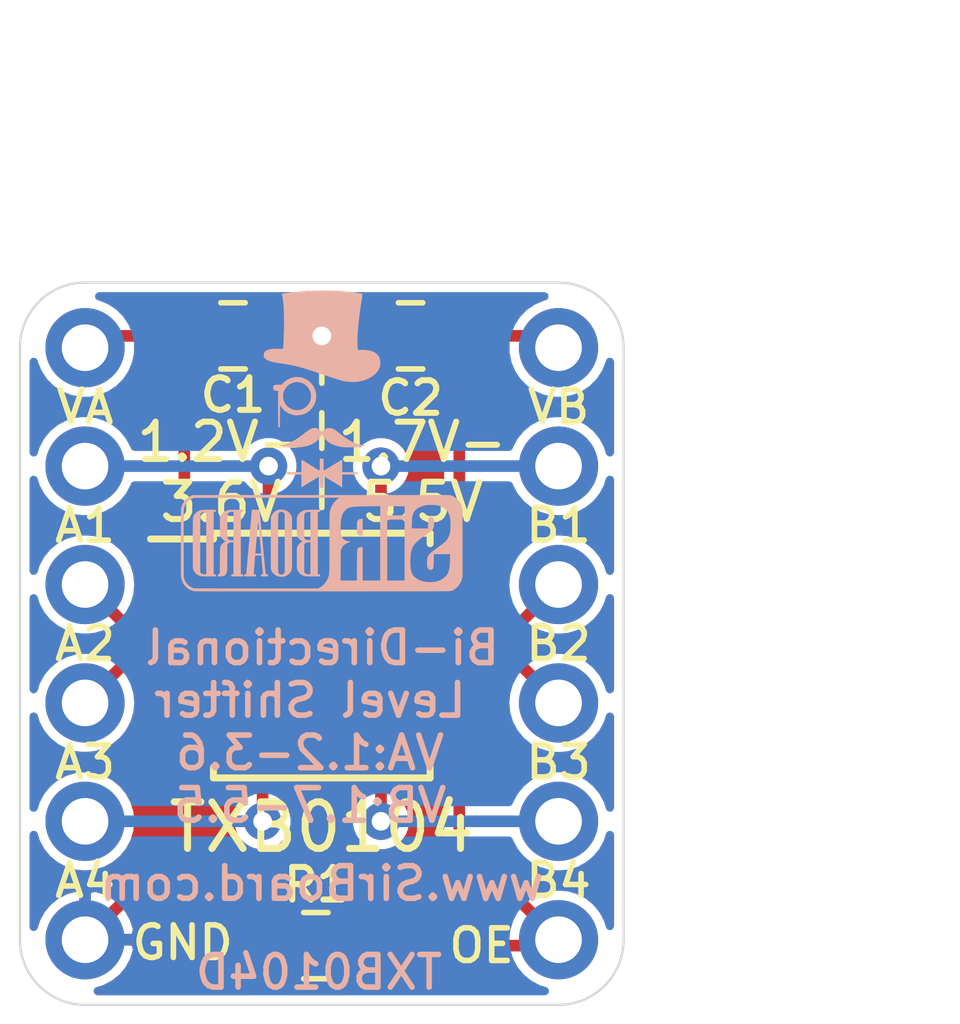
<source format=kicad_pcb>
(kicad_pcb (version 20171130) (host pcbnew "(5.1.2)-2")

  (general
    (thickness 1.6)
    (drawings 33)
    (tracks 51)
    (zones 0)
    (modules 8)
    (nets 15)
  )

  (page A4)
  (layers
    (0 F.Cu signal)
    (31 B.Cu signal)
    (32 B.Adhes user hide)
    (33 F.Adhes user hide)
    (34 B.Paste user hide)
    (35 F.Paste user hide)
    (36 B.SilkS user)
    (37 F.SilkS user)
    (38 B.Mask user)
    (39 F.Mask user hide)
    (40 Dwgs.User user)
    (41 Cmts.User user)
    (42 Eco1.User user)
    (43 Eco2.User user)
    (44 Edge.Cuts user)
    (45 Margin user hide)
    (46 B.CrtYd user hide)
    (47 F.CrtYd user hide)
    (48 B.Fab user hide)
    (49 F.Fab user hide)
  )

  (setup
    (last_trace_width 0.25)
    (user_trace_width 0.2)
    (user_trace_width 0.3)
    (user_trace_width 0.4)
    (user_trace_width 0.5)
    (trace_clearance 0.2)
    (zone_clearance 0.18)
    (zone_45_only no)
    (trace_min 0.2)
    (via_size 0.8)
    (via_drill 0.4)
    (via_min_size 0.4)
    (via_min_drill 0.3)
    (uvia_size 0.3)
    (uvia_drill 0.1)
    (uvias_allowed no)
    (uvia_min_size 0.2)
    (uvia_min_drill 0.1)
    (edge_width 0.05)
    (segment_width 0.2)
    (pcb_text_width 0.3)
    (pcb_text_size 1.5 1.5)
    (mod_edge_width 0.12)
    (mod_text_size 1 1)
    (mod_text_width 0.15)
    (pad_size 1.7 1.7)
    (pad_drill 1)
    (pad_to_mask_clearance 0)
    (solder_mask_min_width 0.1)
    (aux_axis_origin 0 0)
    (visible_elements 7FFFFFFF)
    (pcbplotparams
      (layerselection 0x010f0_ffffffff)
      (usegerberextensions false)
      (usegerberattributes false)
      (usegerberadvancedattributes false)
      (creategerberjobfile false)
      (excludeedgelayer true)
      (linewidth 0.100000)
      (plotframeref false)
      (viasonmask false)
      (mode 1)
      (useauxorigin true)
      (hpglpennumber 1)
      (hpglpenspeed 20)
      (hpglpendiameter 15.000000)
      (psnegative false)
      (psa4output false)
      (plotreference true)
      (plotvalue false)
      (plotinvisibletext false)
      (padsonsilk false)
      (subtractmaskfromsilk false)
      (outputformat 1)
      (mirror false)
      (drillshape 0)
      (scaleselection 1)
      (outputdirectory "../../Gerbers/TXB0104/"))
  )

  (net 0 "")
  (net 1 /VLOW)
  (net 2 /GND)
  (net 3 /VHI)
  (net 4 /A4)
  (net 5 /A3)
  (net 6 /A2)
  (net 7 /A1)
  (net 8 /B4)
  (net 9 /B3)
  (net 10 /B2)
  (net 11 /B1)
  (net 12 /OE)
  (net 13 "Net-(U1-Pad9)")
  (net 14 "Net-(U1-Pad6)")

  (net_class Default "This is the default net class."
    (clearance 0.2)
    (trace_width 0.25)
    (via_dia 0.8)
    (via_drill 0.4)
    (uvia_dia 0.3)
    (uvia_drill 0.1)
    (add_net /A1)
    (add_net /A2)
    (add_net /A3)
    (add_net /A4)
    (add_net /B1)
    (add_net /B2)
    (add_net /B3)
    (add_net /B4)
    (add_net /GND)
    (add_net /OE)
    (add_net /VHI)
    (add_net /VLOW)
    (add_net "Net-(U1-Pad6)")
    (add_net "Net-(U1-Pad9)")
  )

  (module Package_SO:TSSOP-14_4.4x5mm_P0.65mm (layer F.Cu) (tedit 5A02F25C) (tstamp 5D3B65FB)
    (at 117.094 105.156)
    (descr "14-Lead Plastic Thin Shrink Small Outline (ST)-4.4 mm Body [TSSOP] (see Microchip Packaging Specification 00000049BS.pdf)")
    (tags "SSOP 0.65")
    (path /5D8F47CC)
    (attr smd)
    (fp_text reference TXB0104 (at 0 3.683) (layer F.SilkS)
      (effects (font (size 1 1) (thickness 0.15)))
    )
    (fp_text value TXB0104PW (at 0 3.55) (layer F.Fab)
      (effects (font (size 1 1) (thickness 0.15)))
    )
    (fp_line (start -1.2 -2.5) (end 2.2 -2.5) (layer F.Fab) (width 0.15))
    (fp_line (start 2.2 -2.5) (end 2.2 2.5) (layer F.Fab) (width 0.15))
    (fp_line (start 2.2 2.5) (end -2.2 2.5) (layer F.Fab) (width 0.15))
    (fp_line (start -2.2 2.5) (end -2.2 -1.5) (layer F.Fab) (width 0.15))
    (fp_line (start -2.2 -1.5) (end -1.2 -2.5) (layer F.Fab) (width 0.15))
    (fp_line (start -3.95 -2.8) (end -3.95 2.8) (layer F.CrtYd) (width 0.05))
    (fp_line (start 3.95 -2.8) (end 3.95 2.8) (layer F.CrtYd) (width 0.05))
    (fp_line (start -3.95 -2.8) (end 3.95 -2.8) (layer F.CrtYd) (width 0.05))
    (fp_line (start -3.95 2.8) (end 3.95 2.8) (layer F.CrtYd) (width 0.05))
    (fp_line (start -2.325 -2.625) (end -2.325 -2.5) (layer F.SilkS) (width 0.15))
    (fp_line (start 2.325 -2.625) (end 2.325 -2.4) (layer F.SilkS) (width 0.15))
    (fp_line (start 2.325 2.625) (end 2.325 2.4) (layer F.SilkS) (width 0.15))
    (fp_line (start -2.325 2.625) (end -2.325 2.4) (layer F.SilkS) (width 0.15))
    (fp_line (start -2.325 -2.625) (end 2.325 -2.625) (layer F.SilkS) (width 0.15))
    (fp_line (start -2.325 2.625) (end 2.325 2.625) (layer F.SilkS) (width 0.15))
    (fp_line (start -2.325 -2.5) (end -3.675 -2.5) (layer F.SilkS) (width 0.15))
    (fp_text user %R (at 0 0) (layer F.Fab)
      (effects (font (size 0.8 0.8) (thickness 0.15)))
    )
    (pad 1 smd rect (at -2.95 -1.95) (size 1.45 0.45) (layers F.Cu F.Paste F.Mask)
      (net 1 /VLOW))
    (pad 2 smd rect (at -2.95 -1.3) (size 1.45 0.45) (layers F.Cu F.Paste F.Mask)
      (net 7 /A1))
    (pad 3 smd rect (at -2.95 -0.65) (size 1.45 0.45) (layers F.Cu F.Paste F.Mask)
      (net 6 /A2))
    (pad 4 smd rect (at -2.95 0) (size 1.45 0.45) (layers F.Cu F.Paste F.Mask)
      (net 5 /A3))
    (pad 5 smd rect (at -2.95 0.65) (size 1.45 0.45) (layers F.Cu F.Paste F.Mask)
      (net 4 /A4))
    (pad 6 smd rect (at -2.95 1.3) (size 1.45 0.45) (layers F.Cu F.Paste F.Mask)
      (net 14 "Net-(U1-Pad6)"))
    (pad 7 smd rect (at -2.95 1.95) (size 1.45 0.45) (layers F.Cu F.Paste F.Mask)
      (net 2 /GND))
    (pad 8 smd rect (at 2.95 1.95) (size 1.45 0.45) (layers F.Cu F.Paste F.Mask)
      (net 12 /OE))
    (pad 9 smd rect (at 2.95 1.3) (size 1.45 0.45) (layers F.Cu F.Paste F.Mask)
      (net 13 "Net-(U1-Pad9)"))
    (pad 10 smd rect (at 2.95 0.65) (size 1.45 0.45) (layers F.Cu F.Paste F.Mask)
      (net 8 /B4))
    (pad 11 smd rect (at 2.95 0) (size 1.45 0.45) (layers F.Cu F.Paste F.Mask)
      (net 9 /B3))
    (pad 12 smd rect (at 2.95 -0.65) (size 1.45 0.45) (layers F.Cu F.Paste F.Mask)
      (net 10 /B2))
    (pad 13 smd rect (at 2.95 -1.3) (size 1.45 0.45) (layers F.Cu F.Paste F.Mask)
      (net 11 /B1))
    (pad 14 smd rect (at 2.95 -1.95) (size 1.45 0.45) (layers F.Cu F.Paste F.Mask)
      (net 3 /VHI))
    (model ${KISYS3DMOD}/Package_SO.3dshapes/TSSOP-14_4.4x5mm_P0.65mm.wrl
      (at (xyz 0 0 0))
      (scale (xyz 1 1 1))
      (rotate (xyz 0 0 0))
    )
  )

  (module Connector_PinHeader_2.54mm:PinHeader_1x06_P2.54mm_Vertical (layer F.Cu) (tedit 5D2E50E3) (tstamp 5D2E4D46)
    (at 122.174 98.552)
    (descr "Through hole straight pin header, 1x06, 2.54mm pitch, single row")
    (tags "Through hole pin header THT 1x06 2.54mm single row")
    (path /5D2E7899)
    (fp_text reference J2 (at 0 -2.33) (layer F.SilkS) hide
      (effects (font (size 1 1) (thickness 0.15)))
    )
    (fp_text value Conn_01x06 (at 0 15.03) (layer F.Fab)
      (effects (font (size 1 1) (thickness 0.15)))
    )
    (fp_line (start -0.635 -1.27) (end 1.27 -1.27) (layer F.Fab) (width 0.1))
    (fp_line (start 1.27 -1.27) (end 1.27 13.97) (layer F.Fab) (width 0.1))
    (fp_line (start 1.27 13.97) (end -1.27 13.97) (layer F.Fab) (width 0.1))
    (fp_line (start -1.27 13.97) (end -1.27 -0.635) (layer F.Fab) (width 0.1))
    (fp_line (start -1.27 -0.635) (end -0.635 -1.27) (layer F.Fab) (width 0.1))
    (fp_line (start -1.8 -1.8) (end -1.8 14.5) (layer F.CrtYd) (width 0.05))
    (fp_line (start -1.8 14.5) (end 1.8 14.5) (layer F.CrtYd) (width 0.05))
    (fp_line (start 1.8 14.5) (end 1.8 -1.8) (layer F.CrtYd) (width 0.05))
    (fp_line (start 1.8 -1.8) (end -1.8 -1.8) (layer F.CrtYd) (width 0.05))
    (fp_text user %R (at 0 6.35 90) (layer F.Fab)
      (effects (font (size 1 1) (thickness 0.15)))
    )
    (pad 1 thru_hole circle (at 0 0) (size 1.7 1.7) (drill 1) (layers *.Cu *.Mask)
      (net 3 /VHI))
    (pad 2 thru_hole oval (at 0 2.54) (size 1.7 1.7) (drill 1) (layers *.Cu *.Mask)
      (net 11 /B1))
    (pad 3 thru_hole oval (at 0 5.08) (size 1.7 1.7) (drill 1) (layers *.Cu *.Mask)
      (net 10 /B2))
    (pad 4 thru_hole oval (at 0 7.62) (size 1.7 1.7) (drill 1) (layers *.Cu *.Mask)
      (net 9 /B3))
    (pad 5 thru_hole oval (at 0 10.16) (size 1.7 1.7) (drill 1) (layers *.Cu *.Mask)
      (net 8 /B4))
    (pad 6 thru_hole oval (at 0 12.7) (size 1.7 1.7) (drill 1) (layers *.Cu *.Mask)
      (net 12 /OE))
    (model ${KISYS3DMOD}/Connector_PinHeader_2.54mm.3dshapes/PinHeader_1x06_P2.54mm_Vertical.wrl
      (offset (xyz 0 0 -1.6))
      (scale (xyz 1 1 1))
      (rotate (xyz 0 180 0))
    )
  )

  (module Resistor_SMD:R_0805_2012Metric_Pad1.15x1.40mm_HandSolder (layer F.Cu) (tedit 5B36C52B) (tstamp 5D2EF6B7)
    (at 116.967 111.379)
    (descr "Resistor SMD 0805 (2012 Metric), square (rectangular) end terminal, IPC_7351 nominal with elongated pad for handsoldering. (Body size source: https://docs.google.com/spreadsheets/d/1BsfQQcO9C6DZCsRaXUlFlo91Tg2WpOkGARC1WS5S8t0/edit?usp=sharing), generated with kicad-footprint-generator")
    (tags "resistor handsolder")
    (path /5D2FAE97)
    (attr smd)
    (fp_text reference R1 (at 0.01016 -1.30556) (layer F.SilkS)
      (effects (font (size 0.7 0.7) (thickness 0.13)))
    )
    (fp_text value 10k (at 0 1.65) (layer F.Fab)
      (effects (font (size 1 1) (thickness 0.15)))
    )
    (fp_line (start -1 0.6) (end -1 -0.6) (layer F.Fab) (width 0.1))
    (fp_line (start -1 -0.6) (end 1 -0.6) (layer F.Fab) (width 0.1))
    (fp_line (start 1 -0.6) (end 1 0.6) (layer F.Fab) (width 0.1))
    (fp_line (start 1 0.6) (end -1 0.6) (layer F.Fab) (width 0.1))
    (fp_line (start -0.261252 -0.71) (end 0.261252 -0.71) (layer F.SilkS) (width 0.12))
    (fp_line (start -0.261252 0.71) (end 0.261252 0.71) (layer F.SilkS) (width 0.12))
    (fp_line (start -1.85 0.95) (end -1.85 -0.95) (layer F.CrtYd) (width 0.05))
    (fp_line (start -1.85 -0.95) (end 1.85 -0.95) (layer F.CrtYd) (width 0.05))
    (fp_line (start 1.85 -0.95) (end 1.85 0.95) (layer F.CrtYd) (width 0.05))
    (fp_line (start 1.85 0.95) (end -1.85 0.95) (layer F.CrtYd) (width 0.05))
    (fp_text user %R (at 0 0) (layer F.Fab)
      (effects (font (size 0.5 0.5) (thickness 0.08)))
    )
    (pad 1 smd roundrect (at -1.025 0) (size 1.15 1.4) (layers F.Cu F.Paste F.Mask) (roundrect_rratio 0.217391)
      (net 1 /VLOW))
    (pad 2 smd roundrect (at 1.025 0) (size 1.15 1.4) (layers F.Cu F.Paste F.Mask) (roundrect_rratio 0.217391)
      (net 12 /OE))
    (model ${KISYS3DMOD}/Resistor_SMD.3dshapes/R_0805_2012Metric.wrl
      (at (xyz 0 0 0))
      (scale (xyz 1 1 1))
      (rotate (xyz 0 0 0))
    )
  )

  (module Connector_PinHeader_2.54mm:PinHeader_1x06_P2.54mm_Vertical (layer F.Cu) (tedit 5D2E4FCB) (tstamp 5D2E4D2C)
    (at 112.014 98.552)
    (descr "Through hole straight pin header, 1x06, 2.54mm pitch, single row")
    (tags "Through hole pin header THT 1x06 2.54mm single row")
    (path /5D2E8423)
    (fp_text reference J1 (at 0 -2.33) (layer F.SilkS) hide
      (effects (font (size 1 1) (thickness 0.15)))
    )
    (fp_text value Conn_01x06 (at 0 15.03) (layer F.Fab)
      (effects (font (size 1 1) (thickness 0.15)))
    )
    (fp_line (start -0.635 -1.27) (end 1.27 -1.27) (layer F.Fab) (width 0.1))
    (fp_line (start 1.27 -1.27) (end 1.27 13.97) (layer F.Fab) (width 0.1))
    (fp_line (start 1.27 13.97) (end -1.27 13.97) (layer F.Fab) (width 0.1))
    (fp_line (start -1.27 13.97) (end -1.27 -0.635) (layer F.Fab) (width 0.1))
    (fp_line (start -1.27 -0.635) (end -0.635 -1.27) (layer F.Fab) (width 0.1))
    (fp_line (start -1.8 -1.8) (end -1.8 14.5) (layer F.CrtYd) (width 0.05))
    (fp_line (start -1.8 14.5) (end 1.8 14.5) (layer F.CrtYd) (width 0.05))
    (fp_line (start 1.8 14.5) (end 1.8 -1.8) (layer F.CrtYd) (width 0.05))
    (fp_line (start 1.8 -1.8) (end -1.8 -1.8) (layer F.CrtYd) (width 0.05))
    (fp_text user %R (at 0 6.35 90) (layer F.Fab)
      (effects (font (size 1 1) (thickness 0.15)))
    )
    (pad 1 thru_hole circle (at 0 0) (size 1.7 1.7) (drill 1) (layers *.Cu *.Mask)
      (net 1 /VLOW))
    (pad 2 thru_hole oval (at 0 2.54) (size 1.7 1.7) (drill 1) (layers *.Cu *.Mask)
      (net 7 /A1))
    (pad 3 thru_hole oval (at 0 5.08) (size 1.7 1.7) (drill 1) (layers *.Cu *.Mask)
      (net 6 /A2))
    (pad 4 thru_hole oval (at 0 7.62) (size 1.7 1.7) (drill 1) (layers *.Cu *.Mask)
      (net 5 /A3))
    (pad 5 thru_hole oval (at 0 10.16) (size 1.7 1.7) (drill 1) (layers *.Cu *.Mask)
      (net 4 /A4))
    (pad 6 thru_hole oval (at 0 12.7) (size 1.7 1.7) (drill 1) (layers *.Cu *.Mask)
      (net 2 /GND))
    (model ${KISYS3DMOD}/Connector_PinHeader_2.54mm.3dshapes/PinHeader_1x06_P2.54mm_Vertical.wrl
      (offset (xyz 0 0 -1.6))
      (scale (xyz 1 1 1))
      (rotate (xyz 0 180 0))
    )
  )

  (module logo:SirBoard60x21 (layer B.Cu) (tedit 0) (tstamp 5D2EAAB4)
    (at 117.094 102.743 180)
    (fp_text reference G*** (at 0 0) (layer B.SilkS) hide
      (effects (font (size 1.524 1.524) (thickness 0.3)) (justify mirror))
    )
    (fp_text value LOGO (at 0.75 0) (layer B.SilkS) hide
      (effects (font (size 1.524 1.524) (thickness 0.3)) (justify mirror))
    )
    (fp_poly (pts (xy 2.788138 1.015023) (xy 2.836214 0.992937) (xy 2.879777 0.9641) (xy 2.918447 0.928944)
      (xy 2.951846 0.887903) (xy 2.979595 0.84141) (xy 3.001315 0.789899) (xy 3.010132 0.761161)
      (xy 3.018482 0.730249) (xy 3.019671 0.016933) (xy 3.019824 -0.087335) (xy 3.019919 -0.183256)
      (xy 3.019956 -0.270953) (xy 3.019936 -0.350545) (xy 3.019856 -0.422154) (xy 3.019717 -0.485899)
      (xy 3.019519 -0.541902) (xy 3.019261 -0.590284) (xy 3.018941 -0.631165) (xy 3.018561 -0.664665)
      (xy 3.018119 -0.690906) (xy 3.017615 -0.710008) (xy 3.017048 -0.722091) (xy 3.016679 -0.726017)
      (xy 3.005352 -0.778593) (xy 2.986713 -0.828582) (xy 2.961056 -0.875346) (xy 2.928674 -0.918248)
      (xy 2.927651 -0.919412) (xy 2.89032 -0.956558) (xy 2.850439 -0.98594) (xy 2.807199 -1.008047)
      (xy 2.759788 -1.023371) (xy 2.753222 -1.024903) (xy 2.750798 -1.025412) (xy 2.748067 -1.025899)
      (xy 2.744856 -1.026364) (xy 2.740993 -1.026808) (xy 2.736303 -1.027231) (xy 2.730613 -1.027633)
      (xy 2.723751 -1.028015) (xy 2.715542 -1.028378) (xy 2.705814 -1.028722) (xy 2.694394 -1.029048)
      (xy 2.681107 -1.029355) (xy 2.665782 -1.029645) (xy 2.648244 -1.029917) (xy 2.62832 -1.030174)
      (xy 2.605837 -1.030414) (xy 2.580623 -1.030638) (xy 2.552502 -1.030847) (xy 2.521303 -1.031041)
      (xy 2.486852 -1.031222) (xy 2.448976 -1.031388) (xy 2.407501 -1.031541) (xy 2.362255 -1.031682)
      (xy 2.313063 -1.03181) (xy 2.259753 -1.031926) (xy 2.202152 -1.032031) (xy 2.140085 -1.032125)
      (xy 2.073381 -1.032209) (xy 2.001865 -1.032283) (xy 1.925365 -1.032347) (xy 1.843707 -1.032403)
      (xy 1.756717 -1.032449) (xy 1.664224 -1.032488) (xy 1.566052 -1.03252) (xy 1.46203 -1.032544)
      (xy 1.351984 -1.032562) (xy 1.23574 -1.032574) (xy 1.113125 -1.03258) (xy 0.983967 -1.032581)
      (xy 0.848091 -1.032577) (xy 0.705325 -1.032569) (xy 0.555495 -1.032558) (xy 0.398428 -1.032543)
      (xy 0.233951 -1.032525) (xy 0.06189 -1.032505) (xy 0.001954 -1.032498) (xy -0.175541 -1.032475)
      (xy -0.345384 -1.032449) (xy -0.507738 -1.03242) (xy -0.662768 -1.032386) (xy -0.810638 -1.032349)
      (xy -0.951511 -1.032307) (xy -1.08555 -1.03226) (xy -1.212919 -1.032208) (xy -1.333783 -1.032151)
      (xy -1.448304 -1.032087) (xy -1.556647 -1.032017) (xy -1.658975 -1.03194) (xy -1.755451 -1.031856)
      (xy -1.84624 -1.031764) (xy -1.931505 -1.031665) (xy -2.01141 -1.031557) (xy -2.086118 -1.03144)
      (xy -2.155793 -1.031315) (xy -2.220599 -1.03118) (xy -2.280699 -1.031036) (xy -2.336258 -1.030881)
      (xy -2.387438 -1.030716) (xy -2.434404 -1.03054) (xy -2.477319 -1.030353) (xy -2.516347 -1.030154)
      (xy -2.551652 -1.029943) (xy -2.583396 -1.029719) (xy -2.611744 -1.029483) (xy -2.63686 -1.029234)
      (xy -2.658908 -1.028971) (xy -2.67805 -1.028695) (xy -2.69445 -1.028404) (xy -2.708273 -1.028098)
      (xy -2.719682 -1.027778) (xy -2.72884 -1.027442) (xy -2.735912 -1.02709) (xy -2.74106 -1.026723)
      (xy -2.744449 -1.026338) (xy -2.745154 -1.026219) (xy -2.761114 -1.022871) (xy -2.775029 -1.019405)
      (xy -2.784319 -1.016477) (xy -2.785392 -1.016015) (xy -2.793774 -1.01262) (xy -2.797695 -1.012119)
      (xy -2.795886 -1.01457) (xy -2.794468 -1.015598) (xy -2.793058 -1.0181) (xy -2.799064 -1.01873)
      (xy -2.801037 -1.018647) (xy -2.810499 -1.017177) (xy -2.816081 -1.014657) (xy -2.815896 -1.013049)
      (xy -2.812838 -1.013949) (xy -2.806328 -1.01429) (xy -2.804271 -1.012647) (xy -2.806136 -1.008833)
      (xy -2.813412 -1.003616) (xy -2.81853 -1.000949) (xy -2.860585 -0.976627) (xy -2.899013 -0.945313)
      (xy -2.933173 -0.90784) (xy -2.962421 -0.86504) (xy -2.986117 -0.817747) (xy -3.00362 -0.766792)
      (xy -3.005947 -0.757767) (xy -3.014785 -0.721784) (xy -3.014785 -0.002117) (xy -3.014781 0.089697)
      (xy -3.014768 0.173434) (xy -3.014742 0.249486) (xy -3.014699 0.318242) (xy -3.014643 0.37266)
      (xy -2.765807 0.37266) (xy -2.765442 0.354946) (xy -2.763687 0.308701) (xy -2.760718 0.269242)
      (xy -2.75623 0.234942) (xy -2.749916 0.204178) (xy -2.741468 0.175326) (xy -2.73058 0.14676)
      (xy -2.722829 0.129256) (xy -2.713551 0.110105) (xy -2.703966 0.092593) (xy -2.693469 0.076125)
      (xy -2.681452 0.060106) (xy -2.66731 0.043942) (xy -2.650434 0.027038) (xy -2.630219 0.0088)
      (xy -2.606058 -0.011366) (xy -2.577344 -0.034056) (xy -2.54347 -0.059864) (xy -2.50383 -0.089384)
      (xy -2.487246 -0.101613) (xy -2.444174 -0.133385) (xy -2.407125 -0.16108) (xy -2.375637 -0.185342)
      (xy -2.349245 -0.206815) (xy -2.327487 -0.226145) (xy -2.309899 -0.243976) (xy -2.296019 -0.260952)
      (xy -2.285383 -0.277719) (xy -2.277527 -0.294922) (xy -2.271989 -0.313204) (xy -2.268305 -0.33321)
      (xy -2.266011 -0.355586) (xy -2.264646 -0.380976) (xy -2.263745 -0.410025) (xy -2.263673 -0.412751)
      (xy -2.263017 -0.44051) (xy -2.262781 -0.461399) (xy -2.263061 -0.477007) (xy -2.263957 -0.488924)
      (xy -2.265567 -0.498738) (xy -2.26799 -0.50804) (xy -2.269968 -0.514321) (xy -2.277235 -0.531863)
      (xy -2.28637 -0.547562) (xy -2.291305 -0.553823) (xy -2.300347 -0.562336) (xy -2.309555 -0.567067)
      (xy -2.322237 -0.569498) (xy -2.327413 -0.570018) (xy -2.350054 -0.569151) (xy -2.367742 -0.5619)
      (xy -2.380856 -0.548067) (xy -2.38508 -0.540273) (xy -2.389188 -0.526375) (xy -2.392592 -0.504069)
      (xy -2.39529 -0.473378) (xy -2.39728 -0.434326) (xy -2.398561 -0.386937) (xy -2.399131 -0.331233)
      (xy -2.399154 -0.322792) (xy -2.399323 -0.232834) (xy -2.758831 -0.232834) (xy -2.758744 -0.269876)
      (xy -2.758376 -0.299037) (xy -2.757457 -0.332082) (xy -2.756082 -0.367299) (xy -2.754343 -0.402977)
      (xy -2.752334 -0.437405) (xy -2.750147 -0.468871) (xy -2.747877 -0.495664) (xy -2.745617 -0.516072)
      (xy -2.745139 -0.519476) (xy -2.736835 -0.566014) (xy -2.726463 -0.605692) (xy -2.713419 -0.639967)
      (xy -2.6971 -0.670296) (xy -2.676901 -0.698136) (xy -2.665794 -0.710886) (xy -2.629294 -0.745916)
      (xy -2.58904 -0.775207) (xy -2.544283 -0.799155) (xy -2.494271 -0.818155) (xy -2.438253 -0.832602)
      (xy -2.432539 -0.833763) (xy -2.407682 -0.837474) (xy -2.377281 -0.840105) (xy -2.343545 -0.841629)
      (xy -2.308684 -0.842017) (xy -2.274908 -0.84124) (xy -2.244427 -0.839272) (xy -2.221523 -0.83644)
      (xy -2.16359 -0.823978) (xy -2.111129 -0.806549) (xy -2.062978 -0.783659) (xy -2.017975 -0.754814)
      (xy -2.003451 -0.743773) (xy -1.978396 -0.721468) (xy -1.957129 -0.696797) (xy -1.939424 -0.669034)
      (xy -1.925057 -0.637451) (xy -1.9138 -0.601322) (xy -1.905429 -0.55992) (xy -1.899717 -0.512519)
      (xy -1.896439 -0.458392) (xy -1.895369 -0.396811) (xy -1.895369 -0.395817) (xy -1.89685 -0.325866)
      (xy -1.901425 -0.263153) (xy -1.90925 -0.207073) (xy -1.92048 -0.157019) (xy -1.935272 -0.112384)
      (xy -1.953782 -0.072561) (xy -1.976166 -0.036943) (xy -1.993393 -0.01515) (xy -2.018338 0.011807)
      (xy -2.048109 0.040306) (xy -2.083125 0.070688) (xy -2.123803 0.103292) (xy -2.170559 0.13846)
      (xy -2.223812 0.17653) (xy -2.256222 0.198966) (xy -2.290898 0.223131) (xy -2.319376 0.24403)
      (xy -2.342345 0.262401) (xy -2.360494 0.278981) (xy -2.374511 0.294508) (xy -2.385086 0.309721)
      (xy -2.392906 0.325356) (xy -2.39866 0.342153) (xy -2.401822 0.354975) (xy -2.405144 0.376876)
      (xy -2.406934 0.40314) (xy -2.407233 0.431263) (xy -2.406086 0.458737) (xy -2.403534 0.483057)
      (xy -2.399622 0.501716) (xy -2.399291 0.502768) (xy -2.390143 0.525121) (xy -2.379001 0.540228)
      (xy -2.364653 0.549266) (xy -2.347315 0.553264) (xy -2.333406 0.554208) (xy -2.323762 0.552721)
      (xy -2.314994 0.548083) (xy -2.31167 0.545705) (xy -2.304767 0.540265) (xy -2.299362 0.534685)
      (xy -2.295253 0.527888) (xy -2.292241 0.5188) (xy -2.290126 0.506344) (xy -2.288708 0.489444)
      (xy -2.287788 0.467025) (xy -2.287165 0.438011) (xy -2.286779 0.411691) (xy -2.28539 0.309033)
      (xy -1.925465 0.309033) (xy -1.927583 0.411691) (xy -1.929183 0.464104) (xy -1.931735 0.508)
      (xy -1.781908 0.508) (xy -1.781908 -0.808567) (xy -1.398954 -0.808567) (xy -1.258277 -0.808567)
      (xy -0.871416 -0.808567) (xy -0.871416 -0.087691) (xy -0.840313 -0.09) (xy -0.814959 -0.093398)
      (xy -0.795955 -0.099794) (xy -0.782117 -0.109929) (xy -0.772261 -0.124548) (xy -0.767862 -0.135497)
      (xy -0.766412 -0.140073) (xy -0.76515 -0.144987) (xy -0.76406 -0.150837) (xy -0.763128 -0.158223)
      (xy -0.762336 -0.167743) (xy -0.761671 -0.179996) (xy -0.761116 -0.195582) (xy -0.760656 -0.2151)
      (xy -0.760276 -0.239149) (xy -0.759961 -0.268327) (xy -0.759695 -0.303234) (xy -0.759462 -0.344469)
      (xy -0.759247 -0.392632) (xy -0.759036 -0.44832) (xy -0.75891 -0.483659) (xy -0.757774 -0.808567)
      (xy -0.398179 -0.808567) (xy -0.399359 -0.487892) (xy -0.399581 -0.428205) (xy -0.39979 -0.376378)
      (xy -0.400003 -0.331806) (xy -0.400237 -0.293884) (xy -0.40051 -0.262006) (xy -0.400839 -0.235566)
      (xy -0.401241 -0.213958) (xy -0.401734 -0.196576) (xy -0.402336 -0.182816) (xy -0.403063 -0.172071)
      (xy -0.403933 -0.163735) (xy -0.404964 -0.157203) (xy -0.406173 -0.151868) (xy -0.407576 -0.147127)
      (xy -0.409193 -0.142371) (xy -0.409286 -0.142104) (xy -0.427819 -0.099719) (xy -0.451983 -0.062114)
      (xy -0.46319 -0.048577) (xy -0.482915 -0.030609) (xy -0.508974 -0.013284) (xy -0.53989 0.002552)
      (xy -0.574185 0.016052) (xy -0.578339 0.017436) (xy -0.607646 0.027016) (xy -0.577667 0.032108)
      (xy -0.53872 0.040805) (xy -0.506133 0.052774) (xy -0.478897 0.068467) (xy -0.458881 0.085391)
      (xy -0.44311 0.104036) (xy -0.43001 0.126174) (xy -0.419422 0.152517) (xy -0.411189 0.183776)
      (xy -0.405153 0.220661) (xy -0.401154 0.263884) (xy -0.399036 0.314156) (xy -0.398585 0.356343)
      (xy -0.400196 0.422856) (xy -0.405144 0.482181) (xy -0.413601 0.534867) (xy -0.425738 0.581469)
      (xy -0.441728 0.622537) (xy -0.461741 0.658624) (xy -0.485951 0.690281) (xy -0.509954 0.714116)
      (xy -0.523903 0.725847) (xy -0.537945 0.736314) (xy -0.552594 0.745598) (xy -0.568363 0.753776)
      (xy -0.585766 0.760926) (xy -0.605318 0.767128) (xy -0.62753 0.77246) (xy -0.652916 0.776999)
      (xy -0.681991 0.780826) (xy -0.715268 0.784017) (xy -0.75326 0.786652) (xy -0.796481 0.788808)
      (xy -0.845444 0.790565) (xy -0.900663 0.792001) (xy -0.962652 0.793194) (xy -1.031923 0.794223)
      (xy -1.034562 0.794258) (xy -1.258277 0.797215) (xy -1.258277 -0.808567) (xy -1.398954 -0.808567)
      (xy -1.398954 0.508) (xy -1.781908 0.508) (xy -1.931735 0.508) (xy -1.931799 0.509097)
      (xy -1.935648 0.547673) (xy -1.94095 0.580836) (xy -1.94792 0.609587) (xy -1.956779 0.63493)
      (xy -1.967743 0.657868) (xy -1.98103 0.679403) (xy -1.987819 0.688895) (xy -2.008951 0.712411)
      (xy -2.036509 0.735458) (xy -2.069109 0.757205) (xy -2.105369 0.776818) (xy -2.143905 0.793464)
      (xy -2.151248 0.795866) (xy -1.781908 0.795866) (xy -1.781908 0.588433) (xy -1.398954 0.588433)
      (xy -1.398954 0.795866) (xy -1.781908 0.795866) (xy -2.151248 0.795866) (xy -2.182446 0.80607)
      (xy -2.227391 0.815876) (xy -2.276843 0.822326) (xy -2.328772 0.825415) (xy -2.381152 0.825136)
      (xy -2.431953 0.821485) (xy -2.479147 0.814457) (xy -2.511089 0.806928) (xy -2.561316 0.789478)
      (xy -2.60663 0.767036) (xy -2.646484 0.739976) (xy -2.680331 0.708671) (xy -2.707625 0.673496)
      (xy -2.708756 0.671724) (xy -2.725699 0.641297) (xy -2.739451 0.608225) (xy -2.750167 0.571637)
      (xy -2.758005 0.530659) (xy -2.76312 0.484418) (xy -2.765668 0.432043) (xy -2.765807 0.37266)
      (xy -3.014643 0.37266) (xy -3.014635 0.380092) (xy -3.014548 0.435428) (xy -3.014433 0.484638)
      (xy -3.014287 0.528115) (xy -3.014106 0.566247) (xy -3.013887 0.599425) (xy -3.013626 0.62804)
      (xy -3.013319 0.652482) (xy -3.012964 0.673141) (xy -3.012555 0.690408) (xy -3.012091 0.704672)
      (xy -3.011566 0.716325) (xy -3.010979 0.725756) (xy -3.010324 0.733356) (xy -3.009598 0.739515)
      (xy -3.008798 0.744624) (xy -3.007921 0.749072) (xy -3.007871 0.749299) (xy -2.992432 0.802364)
      (xy -2.970334 0.851428) (xy -2.942063 0.895929) (xy -2.908104 0.935304) (xy -2.868942 0.968989)
      (xy -2.854777 0.977844) (xy -0.396631 0.977844) (xy -0.37132 0.962562) (xy -0.326591 0.930775)
      (xy -0.28635 0.892384) (xy -0.251131 0.848092) (xy -0.221471 0.798598) (xy -0.197906 0.744605)
      (xy -0.192265 0.728133) (xy -0.189053 0.718228) (xy -0.186137 0.709122) (xy -0.183505 0.70038)
      (xy -0.18114 0.691568) (xy -0.179029 0.682251) (xy -0.177157 0.671996) (xy -0.175511 0.660367)
      (xy -0.174074 0.64693) (xy -0.172834 0.631252) (xy -0.171776 0.612897) (xy -0.170885 0.591431)
      (xy -0.170147 0.56642) (xy -0.169548 0.53743) (xy -0.169073 0.504026) (xy -0.168707 0.465774)
      (xy -0.168437 0.422239) (xy -0.168249 0.372988) (xy -0.168126 0.317585) (xy -0.168056 0.255596)
      (xy -0.168024 0.186588) (xy -0.168016 0.110125) (xy -0.168017 0.025773) (xy -0.168016 -0.003921)
      (xy -0.168013 -0.090826) (xy -0.168001 -0.169694) (xy -0.167968 -0.240956) (xy -0.167902 -0.305041)
      (xy -0.167792 -0.36238) (xy -0.167626 -0.413403) (xy -0.167393 -0.45854) (xy -0.16708 -0.498222)
      (xy -0.166677 -0.532877) (xy -0.166171 -0.562937) (xy -0.165552 -0.588831) (xy -0.164807 -0.61099)
      (xy -0.163924 -0.629843) (xy -0.162893 -0.645821) (xy -0.161701 -0.659355) (xy -0.160337 -0.670873)
      (xy -0.158789 -0.680806) (xy -0.157045 -0.689585) (xy -0.155095 -0.697639) (xy -0.152926 -0.705399)
      (xy -0.150526 -0.713294) (xy -0.148669 -0.71924) (xy -0.127731 -0.773228) (xy -0.100092 -0.823375)
      (xy -0.066306 -0.868995) (xy -0.026926 -0.909398) (xy 0.017496 -0.943897) (xy 0.045786 -0.96117)
      (xy 0.076115 -0.977973) (xy 1.40868 -0.976878) (xy 2.741246 -0.975784) (xy 2.772507 -0.96425)
      (xy 2.809332 -0.947928) (xy 2.841947 -0.927193) (xy 2.872703 -0.900438) (xy 2.88583 -0.886805)
      (xy 2.90901 -0.859614) (xy 2.926983 -0.833307) (xy 2.941493 -0.804901) (xy 2.954282 -0.771411)
      (xy 2.955642 -0.76734) (xy 2.967892 -0.73025) (xy 2.968985 -0.016934) (xy 2.96912 0.075242)
      (xy 2.969229 0.159336) (xy 2.969308 0.235735) (xy 2.969356 0.304823) (xy 2.969369 0.366986)
      (xy 2.969346 0.42261) (xy 2.969283 0.47208) (xy 2.969179 0.515781) (xy 2.96903 0.554098)
      (xy 2.968833 0.587418) (xy 2.968587 0.616126) (xy 2.968289 0.640606) (xy 2.967936 0.661245)
      (xy 2.967526 0.678428) (xy 2.967056 0.69254) (xy 2.966524 0.703967) (xy 2.965926 0.713094)
      (xy 2.965261 0.720306) (xy 2.964525 0.725989) (xy 2.964023 0.728969) (xy 2.951084 0.778026)
      (xy 2.93144 0.823049) (xy 2.905465 0.863593) (xy 2.873532 0.899215) (xy 2.836013 0.929473)
      (xy 2.79328 0.953923) (xy 2.764692 0.96584) (xy 2.737338 0.975783) (xy 1.170354 0.976813)
      (xy -0.396631 0.977844) (xy -2.854777 0.977844) (xy -2.82506 0.99642) (xy -2.777651 1.016795)
      (xy -2.749062 1.026583) (xy 2.756877 1.026583) (xy 2.788138 1.015023)) (layer B.SilkS) (width 0.01))
    (fp_poly (pts (xy 0.891019 0.714801) (xy 0.920325 0.71094) (xy 0.934739 0.707323) (xy 0.971854 0.692264)
      (xy 1.005579 0.671536) (xy 1.034955 0.646035) (xy 1.059025 0.616661) (xy 1.076831 0.58431)
      (xy 1.082664 0.568648) (xy 1.083763 0.564979) (xy 1.08475 0.560956) (xy 1.085632 0.55613)
      (xy 1.086414 0.550052) (xy 1.087103 0.542274) (xy 1.087703 0.532346) (xy 1.088222 0.519818)
      (xy 1.088666 0.504242) (xy 1.089039 0.48517) (xy 1.089349 0.46215) (xy 1.0896 0.434735)
      (xy 1.0898 0.402476) (xy 1.089954 0.364923) (xy 1.090068 0.321627) (xy 1.090148 0.272139)
      (xy 1.090199 0.21601) (xy 1.090229 0.15279) (xy 1.090242 0.082032) (xy 1.090246 0.003285)
      (xy 1.090246 -0.002117) (xy 1.090243 -0.081398) (xy 1.09023 -0.152662) (xy 1.090202 -0.216358)
      (xy 1.090152 -0.272934) (xy 1.090074 -0.322839) (xy 1.089963 -0.366524) (xy 1.089811 -0.404436)
      (xy 1.089615 -0.437026) (xy 1.089367 -0.464742) (xy 1.089061 -0.488033) (xy 1.088692 -0.507349)
      (xy 1.088254 -0.523138) (xy 1.08774 -0.53585) (xy 1.087144 -0.545934) (xy 1.086462 -0.553838)
      (xy 1.085686 -0.560012) (xy 1.084811 -0.564906) (xy 1.08383 -0.568967) (xy 1.082739 -0.572646)
      (xy 1.082664 -0.572883) (xy 1.068054 -0.606382) (xy 1.046795 -0.637333) (xy 1.01991 -0.664791)
      (xy 0.988426 -0.687807) (xy 0.953365 -0.705436) (xy 0.930922 -0.713067) (xy 0.909817 -0.717102)
      (xy 0.884198 -0.719158) (xy 0.85679 -0.719267) (xy 0.83032 -0.717462) (xy 0.807518 -0.713776)
      (xy 0.799123 -0.711493) (xy 0.761135 -0.696124) (xy 0.728497 -0.675907) (xy 0.699557 -0.649757)
      (xy 0.691537 -0.640812) (xy 0.674287 -0.618728) (xy 0.661803 -0.597406) (xy 0.652106 -0.57333)
      (xy 0.650135 -0.567267) (xy 0.649068 -0.563603) (xy 0.64811 -0.559452) (xy 0.647255 -0.554365)
      (xy 0.646498 -0.547891) (xy 0.645831 -0.539579) (xy 0.64525 -0.528979) (xy 0.644749 -0.515641)
      (xy 0.644321 -0.499113) (xy 0.643961 -0.478946) (xy 0.643664 -0.454688) (xy 0.643422 -0.425889)
      (xy 0.643231 -0.3921) (xy 0.643085 -0.352868) (xy 0.642977 -0.307743) (xy 0.642902 -0.256276)
      (xy 0.642854 -0.198015) (xy 0.642844 -0.170481) (xy 0.790065 -0.170481) (xy 0.790071 -0.250004)
      (xy 0.790145 -0.321961) (xy 0.790289 -0.386251) (xy 0.790501 -0.442774) (xy 0.79078 -0.491429)
      (xy 0.791128 -0.532117) (xy 0.791542 -0.564737) (xy 0.792023 -0.589189) (xy 0.792569 -0.605373)
      (xy 0.793169 -0.613113) (xy 0.797277 -0.629151) (xy 0.803306 -0.644032) (xy 0.806731 -0.649899)
      (xy 0.823063 -0.666544) (xy 0.843201 -0.677008) (xy 0.865339 -0.681003) (xy 0.887673 -0.678244)
      (xy 0.908398 -0.668442) (xy 0.911085 -0.666479) (xy 0.922416 -0.655874) (xy 0.931934 -0.643773)
      (xy 0.934511 -0.6393) (xy 0.9355 -0.637036) (xy 0.936395 -0.634198) (xy 0.9372 -0.630372)
      (xy 0.937921 -0.625146) (xy 0.938561 -0.618106) (xy 0.939126 -0.608839) (xy 0.939621 -0.596932)
      (xy 0.940049 -0.581972) (xy 0.940416 -0.563546) (xy 0.940726 -0.541241) (xy 0.940984 -0.514644)
      (xy 0.941196 -0.483342) (xy 0.941364 -0.446921) (xy 0.941496 -0.404969) (xy 0.941594 -0.357073)
      (xy 0.941663 -0.302819) (xy 0.941709 -0.241795) (xy 0.941737 -0.173587) (xy 0.94175 -0.097783)
      (xy 0.941753 -0.013969) (xy 0.941754 -0.004578) (xy 0.941754 0.615393) (xy 0.933465 0.633942)
      (xy 0.920898 0.654067) (xy 0.904022 0.667389) (xy 0.882413 0.674173) (xy 0.867507 0.675216)
      (xy 0.843284 0.672274) (xy 0.824026 0.663102) (xy 0.808931 0.647184) (xy 0.800573 0.632104)
      (xy 0.791307 0.611716) (xy 0.790265 0.010866) (xy 0.79013 -0.083491) (xy 0.790065 -0.170481)
      (xy 0.642844 -0.170481) (xy 0.642828 -0.132511) (xy 0.642817 -0.059311) (xy 0.642815 -0.002117)
      (xy 0.642818 0.07682) (xy 0.642833 0.147741) (xy 0.642863 0.211096) (xy 0.642917 0.267338)
      (xy 0.642998 0.316915) (xy 0.643114 0.360279) (xy 0.643271 0.397881) (xy 0.643473 0.430171)
      (xy 0.643728 0.4576) (xy 0.644041 0.480618) (xy 0.644418 0.499677) (xy 0.644864 0.515228)
      (xy 0.645386 0.527719) (xy 0.645991 0.537604) (xy 0.646682 0.545331) (xy 0.647467 0.551353)
      (xy 0.648352 0.556119) (xy 0.649342 0.56008) (xy 0.650233 0.563033) (xy 0.665879 0.599456)
      (xy 0.688113 0.63236) (xy 0.716135 0.660977) (xy 0.749143 0.684542) (xy 0.786336 0.702289)
      (xy 0.801104 0.707259) (xy 0.828319 0.712959) (xy 0.85932 0.715474) (xy 0.891019 0.714801)) (layer B.SilkS) (width 0.01))
    (fp_poly (pts (xy 0.194407 0.710029) (xy 0.233611 0.709461) (xy 0.265868 0.708891) (xy 0.292045 0.708269)
      (xy 0.313012 0.707545) (xy 0.329636 0.706668) (xy 0.342784 0.705586) (xy 0.353327 0.70425)
      (xy 0.36213 0.70261) (xy 0.370063 0.700613) (xy 0.373579 0.699585) (xy 0.412436 0.684062)
      (xy 0.447361 0.66248) (xy 0.477464 0.635587) (xy 0.501851 0.604132) (xy 0.514166 0.5817)
      (xy 0.529492 0.548983) (xy 0.529492 0.17145) (xy 0.516818 0.143386) (xy 0.501431 0.116889)
      (xy 0.480428 0.091454) (xy 0.455936 0.069311) (xy 0.430691 0.053004) (xy 0.418592 0.046474)
      (xy 0.409902 0.041202) (xy 0.406437 0.038293) (xy 0.406433 0.038245) (xy 0.409645 0.035329)
      (xy 0.418105 0.02969) (xy 0.430103 0.022457) (xy 0.432342 0.021166) (xy 0.461777 0.000573)
      (xy 0.487544 -0.024845) (xy 0.508033 -0.053345) (xy 0.5168 -0.070453) (xy 0.529492 -0.099484)
      (xy 0.530604 -0.319143) (xy 0.530833 -0.368652) (xy 0.530965 -0.410434) (xy 0.530985 -0.445229)
      (xy 0.530875 -0.473779) (xy 0.53062 -0.496821) (xy 0.530203 -0.515097) (xy 0.529607 -0.529346)
      (xy 0.528816 -0.540308) (xy 0.527814 -0.548723) (xy 0.526583 -0.555331) (xy 0.525238 -0.560443)
      (xy 0.51094 -0.594909) (xy 0.489951 -0.626595) (xy 0.463196 -0.654636) (xy 0.431597 -0.678165)
      (xy 0.396079 -0.696318) (xy 0.371287 -0.704835) (xy 0.363855 -0.706528) (xy 0.354286 -0.707908)
      (xy 0.341804 -0.709004) (xy 0.325627 -0.709843) (xy 0.304977 -0.710453) (xy 0.279075 -0.710863)
      (xy 0.247143 -0.711101) (xy 0.2084 -0.711196) (xy 0.195797 -0.7112) (xy 0.042984 -0.7112)
      (xy 0.042984 -0.6731) (xy 0.089877 -0.6731) (xy 0.238369 -0.6731) (xy 0.282074 -0.6731)
      (xy 0.302916 -0.672822) (xy 0.317931 -0.671796) (xy 0.329097 -0.669737) (xy 0.33839 -0.666362)
      (xy 0.342329 -0.664421) (xy 0.35548 -0.655232) (xy 0.367535 -0.643216) (xy 0.36994 -0.640079)
      (xy 0.381 -0.624417) (xy 0.381 -0.035366) (xy 0.370511 -0.018196) (xy 0.359265 -0.003588)
      (xy 0.345172 0.007059) (xy 0.32697 0.014286) (xy 0.303398 0.018633) (xy 0.280594 0.020369)
      (xy 0.238369 0.022254) (xy 0.238369 -0.6731) (xy 0.089877 -0.6731) (xy 0.089877 0.059266)
      (xy 0.238369 0.059266) (xy 0.282074 0.059266) (xy 0.302916 0.059545) (xy 0.317931 0.060571)
      (xy 0.329097 0.062629) (xy 0.33839 0.066005) (xy 0.342329 0.067946) (xy 0.35548 0.077135)
      (xy 0.367535 0.089151) (xy 0.36994 0.092288) (xy 0.381 0.10795) (xy 0.381 0.616568)
      (xy 0.370511 0.633737) (xy 0.359265 0.648346) (xy 0.345172 0.658992) (xy 0.32697 0.666219)
      (xy 0.303398 0.670567) (xy 0.280594 0.672302) (xy 0.238369 0.674187) (xy 0.238369 0.059266)
      (xy 0.089877 0.059266) (xy 0.089877 0.673099) (xy 0.042984 0.673099) (xy 0.042984 0.712089)
      (xy 0.194407 0.710029)) (layer B.SilkS) (width 0.01))
    (fp_poly (pts (xy 1.388122 0.71162) (xy 1.408859 0.711386) (xy 1.430226 0.710965) (xy 1.450798 0.710386)
      (xy 1.469148 0.709675) (xy 1.483853 0.708861) (xy 1.493487 0.707972) (xy 1.496646 0.707105)
      (xy 1.497009 0.70223) (xy 1.498068 0.689472) (xy 1.499773 0.669379) (xy 1.502078 0.642494)
      (xy 1.504935 0.609366) (xy 1.508295 0.570538) (xy 1.51211 0.526558) (xy 1.516334 0.477972)
      (xy 1.520918 0.425324) (xy 1.525814 0.369162) (xy 1.530975 0.310031) (xy 1.536352 0.248477)
      (xy 1.541898 0.185046) (xy 1.547565 0.120284) (xy 1.553305 0.054737) (xy 1.55907 -0.011049)
      (xy 1.564812 -0.076528) (xy 1.570484 -0.141155) (xy 1.576038 -0.204383) (xy 1.581426 -0.265666)
      (xy 1.5866 -0.324458) (xy 1.591512 -0.380214) (xy 1.596114 -0.432387) (xy 1.600359 -0.480432)
      (xy 1.604198 -0.523802) (xy 1.607585 -0.561952) (xy 1.61047 -0.594336) (xy 1.612806 -0.620407)
      (xy 1.614546 -0.63962) (xy 1.615641 -0.651429) (xy 1.616013 -0.655109) (xy 1.618263 -0.6731)
      (xy 1.660769 -0.6731) (xy 1.660769 -0.7112) (xy 1.418492 -0.7112) (xy 1.418492 -0.6731)
      (xy 1.441938 -0.6731) (xy 1.454917 -0.672925) (xy 1.461922 -0.671753) (xy 1.464796 -0.668617)
      (xy 1.46538 -0.66255) (xy 1.465384 -0.660787) (xy 1.465035 -0.654067) (xy 1.464036 -0.639846)
      (xy 1.462461 -0.619053) (xy 1.460384 -0.592618) (xy 1.457878 -0.561469) (xy 1.455016 -0.526537)
      (xy 1.451874 -0.48875) (xy 1.449754 -0.463551) (xy 1.446478 -0.424618) (xy 1.443435 -0.388108)
      (xy 1.440699 -0.354923) (xy 1.438341 -0.325965) (xy 1.436436 -0.302136) (xy 1.435057 -0.284339)
      (xy 1.434275 -0.273476) (xy 1.434123 -0.270547) (xy 1.433715 -0.267672) (xy 1.431786 -0.265573)
      (xy 1.427277 -0.264129) (xy 1.419131 -0.263218) (xy 1.406289 -0.262718) (xy 1.387693 -0.262508)
      (xy 1.363784 -0.262467) (xy 1.341315 -0.262605) (xy 1.321815 -0.262988) (xy 1.306518 -0.263571)
      (xy 1.296657 -0.264306) (xy 1.293446 -0.265088) (xy 1.293072 -0.26971) (xy 1.292003 -0.281908)
      (xy 1.290314 -0.300831) (xy 1.288082 -0.325629) (xy 1.285384 -0.355453) (xy 1.282297 -0.389452)
      (xy 1.278897 -0.426776) (xy 1.275861 -0.460015) (xy 1.272243 -0.499811) (xy 1.268875 -0.537277)
      (xy 1.265836 -0.571517) (xy 1.263204 -0.601636) (xy 1.261055 -0.626737) (xy 1.259469 -0.645925)
      (xy 1.258522 -0.658304) (xy 1.258277 -0.662711) (xy 1.258859 -0.668664) (xy 1.261879 -0.671763)
      (xy 1.269247 -0.672933) (xy 1.279769 -0.6731) (xy 1.301261 -0.6731) (xy 1.301261 -0.7112)
      (xy 1.160584 -0.7112) (xy 1.160584 -0.673505) (xy 1.184864 -0.672244) (xy 1.209144 -0.670984)
      (xy 1.251664 -0.221192) (xy 1.297244 -0.221192) (xy 1.297875 -0.223894) (xy 1.300393 -0.225849)
      (xy 1.305873 -0.227177) (xy 1.31539 -0.227997) (xy 1.330018 -0.228427) (xy 1.350833 -0.228586)
      (xy 1.364322 -0.228601) (xy 1.431291 -0.228601) (xy 1.429023 -0.206376) (xy 1.428204 -0.197455)
      (xy 1.426797 -0.181104) (xy 1.424883 -0.158327) (xy 1.422547 -0.130131) (xy 1.41987 -0.097519)
      (xy 1.416938 -0.061498) (xy 1.413831 -0.023072) (xy 1.412147 -0.002117) (xy 1.409015 0.03625)
      (xy 1.405998 0.071963) (xy 1.403177 0.104148) (xy 1.400634 0.131932) (xy 1.39845 0.154442)
      (xy 1.396706 0.170805) (xy 1.395483 0.180148) (xy 1.39502 0.182033) (xy 1.394141 0.186579)
      (xy 1.392702 0.198647) (xy 1.390789 0.217322) (xy 1.388487 0.241689) (xy 1.385882 0.270832)
      (xy 1.38306 0.303837) (xy 1.380107 0.339786) (xy 1.379264 0.350308) (xy 1.3763 0.386819)
      (xy 1.373457 0.420555) (xy 1.370819 0.450616) (xy 1.368468 0.476102) (xy 1.366488 0.496113)
      (xy 1.364965 0.50975) (xy 1.36398 0.516111) (xy 1.363806 0.516466) (xy 1.363188 0.512374)
      (xy 1.361899 0.500589) (xy 1.360005 0.481846) (xy 1.357573 0.45688) (xy 1.354668 0.426428)
      (xy 1.351358 0.391224) (xy 1.347708 0.352004) (xy 1.343786 0.309503) (xy 1.339656 0.264458)
      (xy 1.335387 0.217603) (xy 1.331043 0.169674) (xy 1.326692 0.121406) (xy 1.3224 0.073535)
      (xy 1.318233 0.026797) (xy 1.314257 -0.018074) (xy 1.31054 -0.060341) (xy 1.307146 -0.099269)
      (xy 1.304144 -0.134123) (xy 1.301598 -0.164167) (xy 1.299576 -0.188666) (xy 1.298143 -0.206884)
      (xy 1.297366 -0.218086) (xy 1.297244 -0.221192) (xy 1.251664 -0.221192) (xy 1.274375 0.01905)
      (xy 1.28152 0.094612) (xy 1.28845 0.167874) (xy 1.295124 0.238394) (xy 1.3015 0.305731)
      (xy 1.307536 0.369442) (xy 1.313189 0.429087) (xy 1.318419 0.484225) (xy 1.323183 0.534413)
      (xy 1.32744 0.579211) (xy 1.331146 0.618178) (xy 1.334262 0.650871) (xy 1.336744 0.67685)
      (xy 1.33855 0.695673) (xy 1.33964 0.706898) (xy 1.339972 0.710141) (xy 1.343939 0.710928)
      (xy 1.354237 0.711419) (xy 1.369439 0.71164) (xy 1.388122 0.71162)) (layer B.SilkS) (width 0.01))
    (fp_poly (pts (xy 1.847361 0.710029) (xy 1.887767 0.709408) (xy 1.92115 0.708752) (xy 1.948301 0.708021)
      (xy 1.970012 0.707175) (xy 1.987075 0.706171) (xy 2.000282 0.70497) (xy 2.010425 0.703529)
      (xy 2.018295 0.701808) (xy 2.020967 0.701037) (xy 2.06028 0.685251) (xy 2.09538 0.663867)
      (xy 2.125541 0.637572) (xy 2.150036 0.607055) (xy 2.168138 0.573002) (xy 2.174219 0.556011)
      (xy 2.175852 0.549925) (xy 2.177184 0.542854) (xy 2.178237 0.53396) (xy 2.179034 0.52241)
      (xy 2.179597 0.507367) (xy 2.179948 0.487996) (xy 2.180112 0.463462) (xy 2.180109 0.432929)
      (xy 2.179963 0.395561) (xy 2.179711 0.352811) (xy 2.178538 0.17145) (xy 2.165864 0.143386)
      (xy 2.150477 0.116889) (xy 2.129475 0.091454) (xy 2.104982 0.069311) (xy 2.079737 0.053004)
      (xy 2.067622 0.046381) (xy 2.058917 0.040879) (xy 2.05545 0.037656) (xy 2.055446 0.0376)
      (xy 2.058718 0.034352) (xy 2.066641 0.030469) (xy 2.067123 0.030284) (xy 2.086002 0.020492)
      (xy 2.106685 0.005436) (xy 2.126911 -0.012914) (xy 2.144424 -0.032587) (xy 2.152842 -0.044451)
      (xy 2.15786 -0.05232) (xy 2.162178 -0.059295) (xy 2.165853 -0.066045) (xy 2.168942 -0.073243)
      (xy 2.171501 -0.08156) (xy 2.173588 -0.091668) (xy 2.17526 -0.104238) (xy 2.176574 -0.119942)
      (xy 2.177586 -0.139452) (xy 2.178353 -0.163438) (xy 2.178933 -0.192573) (xy 2.179383 -0.227528)
      (xy 2.179759 -0.268974) (xy 2.180118 -0.317584) (xy 2.180492 -0.370417) (xy 2.180899 -0.426229)
      (xy 2.181283 -0.474203) (xy 2.181684 -0.514965) (xy 2.182142 -0.549145) (xy 2.182699 -0.577368)
      (xy 2.183395 -0.600264) (xy 2.18427 -0.61846) (xy 2.185365 -0.632583) (xy 2.186721 -0.643261)
      (xy 2.188377 -0.651123) (xy 2.190375 -0.656795) (xy 2.192755 -0.660906) (xy 2.195558 -0.664082)
      (xy 2.198824 -0.666952) (xy 2.199692 -0.667674) (xy 2.208242 -0.671657) (xy 2.216638 -0.672966)
      (xy 2.223206 -0.673692) (xy 2.22635 -0.677175) (xy 2.227322 -0.685697) (xy 2.227384 -0.692547)
      (xy 2.227384 -0.711994) (xy 2.1717 -0.710255) (xy 2.148169 -0.709328) (xy 2.130818 -0.708086)
      (xy 2.118014 -0.706289) (xy 2.108122 -0.703698) (xy 2.099507 -0.700074) (xy 2.09843 -0.699532)
      (xy 2.076068 -0.684269) (xy 2.05877 -0.663655) (xy 2.046239 -0.637144) (xy 2.038174 -0.60419)
      (xy 2.035719 -0.585075) (xy 2.035066 -0.574123) (xy 2.03445 -0.555583) (xy 2.03388 -0.530336)
      (xy 2.033369 -0.499261) (xy 2.032926 -0.463237) (xy 2.032564 -0.423145) (xy 2.032293 -0.379863)
      (xy 2.032124 -0.334272) (xy 2.032069 -0.293988) (xy 2.032 -0.039758) (xy 2.02072 -0.020489)
      (xy 2.009492 -0.005039) (xy 1.995725 0.006183) (xy 1.978089 0.013787) (xy 1.955257 0.018381)
      (xy 1.931688 0.020331) (xy 1.891323 0.022276) (xy 1.891323 -0.6731) (xy 1.938215 -0.6731)
      (xy 1.938215 -0.7112) (xy 1.695938 -0.7112) (xy 1.695938 -0.6731) (xy 1.74283 -0.6731)
      (xy 1.74283 0.058576) (xy 1.891323 0.058576) (xy 1.93982 0.059979) (xy 1.960137 0.060649)
      (xy 1.974324 0.061523) (xy 1.984065 0.062983) (xy 1.991044 0.065406) (xy 1.996943 0.069173)
      (xy 2.002909 0.074189) (xy 2.008825 0.079275) (xy 2.013887 0.083808) (xy 2.018158 0.088451)
      (xy 2.021703 0.09387) (xy 2.024585 0.100732) (xy 2.026868 0.109701) (xy 2.028616 0.121444)
      (xy 2.029893 0.136625) (xy 2.030762 0.155909) (xy 2.031286 0.179964) (xy 2.031531 0.209453)
      (xy 2.031559 0.245043) (xy 2.031434 0.287399) (xy 2.03122 0.337186) (xy 2.031087 0.368299)
      (xy 2.030046 0.620183) (xy 2.018986 0.635845) (xy 2.006199 0.650318) (xy 1.990543 0.660683)
      (xy 1.970655 0.667507) (xy 1.945176 0.671358) (xy 1.931688 0.672264) (xy 1.891323 0.674209)
      (xy 1.891323 0.058576) (xy 1.74283 0.058576) (xy 1.74283 0.673099) (xy 1.695938 0.673099)
      (xy 1.695938 0.712148) (xy 1.847361 0.710029)) (layer B.SilkS) (width 0.01))
    (fp_poly (pts (xy 2.429607 0.710029) (xy 2.470013 0.709408) (xy 2.503396 0.708752) (xy 2.530547 0.708021)
      (xy 2.552258 0.707175) (xy 2.569321 0.706171) (xy 2.582528 0.70497) (xy 2.592671 0.703529)
      (xy 2.600541 0.701808) (xy 2.603213 0.701037) (xy 2.642469 0.685267) (xy 2.677559 0.663886)
      (xy 2.707742 0.637593) (xy 2.732275 0.607087) (xy 2.750415 0.573068) (xy 2.756235 0.556987)
      (xy 2.75719 0.553397) (xy 2.758048 0.548782) (xy 2.758813 0.542697) (xy 2.759491 0.534695)
      (xy 2.760087 0.524331) (xy 2.760607 0.511158) (xy 2.761055 0.494732) (xy 2.761436 0.474606)
      (xy 2.761756 0.450334) (xy 2.76202 0.421471) (xy 2.762233 0.387571) (xy 2.762401 0.348187)
      (xy 2.762528 0.302875) (xy 2.76262 0.251188) (xy 2.762681 0.19268) (xy 2.762718 0.126906)
      (xy 2.762735 0.05342) (xy 2.762738 -0.002209) (xy 2.762735 -0.080838) (xy 2.762722 -0.151453)
      (xy 2.762693 -0.214508) (xy 2.762642 -0.270454) (xy 2.762562 -0.319747) (xy 2.762448 -0.362837)
      (xy 2.762293 -0.400178) (xy 2.762092 -0.432224) (xy 2.761837 -0.459427) (xy 2.761524 -0.48224)
      (xy 2.761146 -0.501116) (xy 2.760697 -0.516508) (xy 2.760171 -0.528869) (xy 2.759561 -0.538652)
      (xy 2.758862 -0.546311) (xy 2.758067 -0.552297) (xy 2.757171 -0.557064) (xy 2.756167 -0.561065)
      (xy 2.755156 -0.564416) (xy 2.740546 -0.597915) (xy 2.719287 -0.628867) (xy 2.692403 -0.656324)
      (xy 2.660918 -0.679341) (xy 2.625857 -0.69697) (xy 2.603414 -0.7046) (xy 2.595922 -0.706353)
      (xy 2.586634 -0.70778) (xy 2.574741 -0.70891) (xy 2.559435 -0.709775) (xy 2.539908 -0.710405)
      (xy 2.515352 -0.71083) (xy 2.484958 -0.711082) (xy 2.447918 -0.71119) (xy 2.429043 -0.7112)
      (xy 2.278184 -0.7112) (xy 2.278184 -0.673791) (xy 2.473569 -0.673791) (xy 2.522066 -0.672387)
      (xy 2.542384 -0.671718) (xy 2.556571 -0.670843) (xy 2.566311 -0.669384) (xy 2.57329 -0.66696)
      (xy 2.579189 -0.663194) (xy 2.585155 -0.658178) (xy 2.5959 -0.646905) (xy 2.605017 -0.634302)
      (xy 2.607032 -0.630661) (xy 2.608028 -0.62842) (xy 2.608928 -0.625644) (xy 2.609735 -0.621918)
      (xy 2.610454 -0.616829) (xy 2.61109 -0.609962) (xy 2.611645 -0.600905) (xy 2.612125 -0.589243)
      (xy 2.612533 -0.574562) (xy 2.612873 -0.556448) (xy 2.61315 -0.534488) (xy 2.613367 -0.508268)
      (xy 2.61353 -0.477374) (xy 2.61364 -0.441391) (xy 2.613704 -0.399907) (xy 2.613725 -0.352506)
      (xy 2.613707 -0.298777) (xy 2.613654 -0.238303) (xy 2.613571 -0.170673) (xy 2.613461 -0.095471)
      (xy 2.613328 -0.012284) (xy 2.613305 0.002116) (xy 2.612292 0.620183) (xy 2.601232 0.635845)
      (xy 2.588445 0.650318) (xy 2.572789 0.660683) (xy 2.552901 0.667507) (xy 2.527422 0.671358)
      (xy 2.513934 0.672264) (xy 2.473569 0.674209) (xy 2.473569 -0.673791) (xy 2.278184 -0.673791)
      (xy 2.278184 -0.6731) (xy 2.325077 -0.6731) (xy 2.325077 0.673099) (xy 2.278184 0.673099)
      (xy 2.278184 0.712148) (xy 2.429607 0.710029)) (layer B.SilkS) (width 0.01))
    (fp_poly (pts (xy -0.821457 0.513506) (xy -0.79778 0.504663) (xy -0.779684 0.489991) (xy -0.767252 0.469544)
      (xy -0.763731 0.459218) (xy -0.7619 0.44808) (xy -0.7604 0.430076) (xy -0.759243 0.4068)
      (xy -0.75844 0.379846) (xy -0.758003 0.350806) (xy -0.757944 0.321275) (xy -0.758274 0.292846)
      (xy -0.759006 0.267113) (xy -0.760151 0.24567) (xy -0.76172 0.23011) (xy -0.762037 0.228119)
      (xy -0.768357 0.20521) (xy -0.77882 0.188112) (xy -0.794184 0.176228) (xy -0.815206 0.168962)
      (xy -0.841131 0.165792) (xy -0.871416 0.164203) (xy -0.871416 0.516466) (xy -0.850633 0.516466)
      (xy -0.821457 0.513506)) (layer B.SilkS) (width 0.01))
  )

  (module logo:logo42x59 (layer B.Cu) (tedit 0) (tstamp 5D2EAA76)
    (at 117.094 99.441 180)
    (fp_text reference G*** (at 0 0) (layer B.SilkS) hide
      (effects (font (size 1.524 1.524) (thickness 0.3)) (justify mirror))
    )
    (fp_text value LOGO (at 0.75 0) (layer B.SilkS) hide
      (effects (font (size 1.524 1.524) (thickness 0.3)) (justify mirror))
    )
    (fp_poly (pts (xy 0.039511 -1.626071) (xy 0.039696 -1.662931) (xy 0.040215 -1.695586) (xy 0.041014 -1.722492)
      (xy 0.042039 -1.742108) (xy 0.043236 -1.752889) (xy 0.044002 -1.754482) (xy 0.05 -1.751088)
      (xy 0.064089 -1.742729) (xy 0.084733 -1.730329) (xy 0.110394 -1.714811) (xy 0.139534 -1.697101)
      (xy 0.144191 -1.694263) (xy 0.18283 -1.670708) (xy 0.226903 -1.64384) (xy 0.272203 -1.616224)
      (xy 0.314524 -1.590422) (xy 0.335844 -1.577424) (xy 0.4318 -1.518922) (xy 0.433313 -1.651283)
      (xy 0.434826 -1.783645) (xy 0.750711 -1.783645) (xy 0.750711 -1.8288) (xy 0.434823 -1.8288)
      (xy 0.433311 -1.96366) (xy 0.4318 -2.098519) (xy 0.338147 -2.041271) (xy 0.301027 -2.018578)
      (xy 0.258207 -1.992398) (xy 0.213617 -1.965133) (xy 0.171188 -1.939187) (xy 0.145284 -1.923345)
      (xy 0.115324 -1.905114) (xy 0.088674 -1.889075) (xy 0.066815 -1.876103) (xy 0.051223 -1.867075)
      (xy 0.04338 -1.862864) (xy 0.042792 -1.862667) (xy 0.041839 -1.868043) (xy 0.040995 -1.883096)
      (xy 0.040302 -1.906216) (xy 0.039803 -1.935792) (xy 0.03954 -1.970211) (xy 0.039511 -1.986845)
      (xy 0.039511 -2.111023) (xy -0.033655 -2.111023) (xy -0.036689 -1.857173) (xy -0.093793 -1.892894)
      (xy -0.116821 -1.907208) (xy -0.136805 -1.919463) (xy -0.151544 -1.928318) (xy -0.158704 -1.932373)
      (xy -0.165414 -1.936222) (xy -0.180414 -1.945187) (xy -0.202381 -1.958467) (xy -0.229991 -1.975259)
      (xy -0.261923 -1.99476) (xy -0.296854 -2.016168) (xy -0.299156 -2.017581) (xy -0.4318 -2.099031)
      (xy -0.433312 -1.963916) (xy -0.434823 -1.8288) (xy -0.762 -1.8288) (xy -0.762 -1.783645)
      (xy -0.434622 -1.783645) (xy -0.434622 -1.651) (xy -0.434529 -1.613657) (xy -0.434268 -1.580382)
      (xy -0.433865 -1.552733) (xy -0.433348 -1.532268) (xy -0.432744 -1.520548) (xy -0.432329 -1.518356)
      (xy -0.426952 -1.521147) (xy -0.413777 -1.528806) (xy -0.394604 -1.540266) (xy -0.371237 -1.554456)
      (xy -0.363184 -1.559388) (xy -0.333521 -1.577564) (xy -0.298056 -1.599246) (xy -0.260637 -1.622084)
      (xy -0.225113 -1.643728) (xy -0.214489 -1.650192) (xy -0.182557 -1.669635) (xy -0.149498 -1.689808)
      (xy -0.118433 -1.708802) (xy -0.092484 -1.724711) (xy -0.083256 -1.730387) (xy -0.033867 -1.76081)
      (xy -0.033867 -1.495778) (xy 0.039511 -1.495778) (xy 0.039511 -1.626071)) (layer B.SilkS) (width 0.01))
    (fp_poly (pts (xy 0.185111 -0.839895) (xy 0.210658 -0.846766) (xy 0.226893 -0.852662) (xy 0.244343 -0.860985)
      (xy 0.264205 -0.872534) (xy 0.287673 -0.888109) (xy 0.315943 -0.908509) (xy 0.35021 -0.934533)
      (xy 0.391669 -0.966982) (xy 0.398751 -0.972587) (xy 0.485899 -1.037639) (xy 0.5699 -1.092222)
      (xy 0.650661 -1.136287) (xy 0.728085 -1.169786) (xy 0.802077 -1.192672) (xy 0.857458 -1.203139)
      (xy 0.878352 -1.206095) (xy 0.891998 -1.208686) (xy 0.897815 -1.21118) (xy 0.895222 -1.213844)
      (xy 0.883637 -1.216945) (xy 0.862481 -1.220752) (xy 0.831172 -1.225531) (xy 0.798689 -1.230197)
      (xy 0.716165 -1.239598) (xy 0.633357 -1.244661) (xy 0.552624 -1.245399) (xy 0.476325 -1.241826)
      (xy 0.406819 -1.233955) (xy 0.372413 -1.227814) (xy 0.293778 -1.207273) (xy 0.222922 -1.179817)
      (xy 0.160236 -1.145705) (xy 0.106109 -1.105195) (xy 0.060931 -1.058548) (xy 0.025093 -1.006023)
      (xy 0.017475 -0.991679) (xy -0.003337 -0.950252) (xy -0.018674 -0.981715) (xy -0.052665 -1.038793)
      (xy -0.095662 -1.089143) (xy -0.147552 -1.132688) (xy -0.20822 -1.169355) (xy -0.277554 -1.199069)
      (xy -0.355439 -1.221755) (xy -0.395738 -1.230109) (xy -0.436244 -1.235951) (xy -0.484833 -1.240461)
      (xy -0.538364 -1.243522) (xy -0.593697 -1.245017) (xy -0.64769 -1.24483) (xy -0.697204 -1.242843)
      (xy -0.7112 -1.24184) (xy -0.732067 -1.239788) (xy -0.758429 -1.236653) (xy -0.788167 -1.232749)
      (xy -0.819162 -1.228393) (xy -0.849298 -1.223897) (xy -0.876455 -1.219578) (xy -0.898516 -1.21575)
      (xy -0.913362 -1.212729) (xy -0.91878 -1.210983) (xy -0.914472 -1.209717) (xy -0.90168 -1.207817)
      (xy -0.88316 -1.205691) (xy -0.882915 -1.205666) (xy -0.820868 -1.195753) (xy -0.757615 -1.178412)
      (xy -0.692447 -1.153281) (xy -0.624656 -1.12) (xy -0.553536 -1.078208) (xy -0.478376 -1.027543)
      (xy -0.39847 -0.967644) (xy -0.366889 -0.942528) (xy -0.33063 -0.913782) (xy -0.300917 -0.891555)
      (xy -0.275981 -0.874733) (xy -0.25405 -0.862203) (xy -0.233353 -0.85285) (xy -0.213218 -0.845893)
      (xy -0.16903 -0.837774) (xy -0.126934 -0.840676) (xy -0.087484 -0.854437) (xy -0.051229 -0.878896)
      (xy -0.030407 -0.899578) (xy -0.004415 -0.929059) (xy 0.030248 -0.894425) (xy 0.055711 -0.871394)
      (xy 0.079283 -0.855791) (xy 0.097578 -0.847584) (xy 0.127639 -0.838611) (xy 0.155397 -0.836059)
      (xy 0.185111 -0.839895)) (layer B.SilkS) (width 0.01))
    (fp_poly (pts (xy 0.565428 0.254138) (xy 0.606649 0.249558) (xy 0.62269 0.24631) (xy 0.678655 0.228029)
      (xy 0.733378 0.201131) (xy 0.783879 0.1674) (xy 0.827178 0.128618) (xy 0.836601 0.118259)
      (xy 0.860778 0.090438) (xy 0.932655 0.090375) (xy 0.962312 0.09027) (xy 0.982981 0.089736)
      (xy 0.996963 0.088353) (xy 1.006557 0.085699) (xy 1.014065 0.081353) (xy 1.021787 0.074893)
      (xy 1.022966 0.073841) (xy 1.03441 0.062047) (xy 1.039835 0.050331) (xy 1.041372 0.033547)
      (xy 1.0414 0.029278) (xy 1.037901 0.004483) (xy 1.026914 -0.013705) (xy 1.007703 -0.025797)
      (xy 0.979531 -0.032306) (xy 0.950504 -0.033835) (xy 0.921698 -0.033867) (xy 0.928434 -0.060678)
      (xy 0.929885 -0.069717) (xy 0.931079 -0.08467) (xy 0.932024 -0.106168) (xy 0.932726 -0.134843)
      (xy 0.933192 -0.171326) (xy 0.933428 -0.216247) (xy 0.933441 -0.270238) (xy 0.933238 -0.33393)
      (xy 0.932825 -0.407955) (xy 0.932534 -0.450145) (xy 0.929896 -0.8128) (xy 0.903231 -0.8128)
      (xy 0.900289 -0.324556) (xy 0.882473 -0.3556) (xy 0.845435 -0.409366) (xy 0.801241 -0.455244)
      (xy 0.751065 -0.492961) (xy 0.696084 -0.522244) (xy 0.637473 -0.542822) (xy 0.576409 -0.55442)
      (xy 0.514068 -0.556768) (xy 0.451626 -0.549591) (xy 0.390258 -0.532618) (xy 0.331141 -0.505575)
      (xy 0.3048 -0.489529) (xy 0.28984 -0.478159) (xy 0.27023 -0.461234) (xy 0.249018 -0.441451)
      (xy 0.236644 -0.429186) (xy 0.194611 -0.378512) (xy 0.16205 -0.322061) (xy 0.13931 -0.260705)
      (xy 0.126739 -0.195315) (xy 0.124716 -0.15803) (xy 0.225677 -0.15803) (xy 0.231333 -0.21048)
      (xy 0.246356 -0.262205) (xy 0.271132 -0.312055) (xy 0.302119 -0.3544) (xy 0.341239 -0.39141)
      (xy 0.387217 -0.420649) (xy 0.438189 -0.441514) (xy 0.492291 -0.453401) (xy 0.547657 -0.455705)
      (xy 0.595489 -0.449426) (xy 0.65092 -0.431782) (xy 0.701003 -0.404562) (xy 0.744874 -0.368552)
      (xy 0.781671 -0.324535) (xy 0.810533 -0.273295) (xy 0.822467 -0.243038) (xy 0.830757 -0.208378)
      (xy 0.834988 -0.167769) (xy 0.835061 -0.125763) (xy 0.830873 -0.086911) (xy 0.826373 -0.067347)
      (xy 0.804931 -0.013726) (xy 0.774284 0.03443) (xy 0.735609 0.076034) (xy 0.690087 0.110001)
      (xy 0.638893 0.135245) (xy 0.591493 0.149096) (xy 0.560749 0.154777) (xy 0.536227 0.157275)
      (xy 0.513323 0.156609) (xy 0.487435 0.152798) (xy 0.471311 0.149589) (xy 0.415931 0.132761)
      (xy 0.36683 0.107453) (xy 0.324392 0.074817) (xy 0.289004 0.036002) (xy 0.261052 -0.00784)
      (xy 0.240923 -0.05556) (xy 0.229003 -0.106007) (xy 0.225677 -0.15803) (xy 0.124716 -0.15803)
      (xy 0.124178 -0.148116) (xy 0.12963 -0.083481) (xy 0.14544 -0.02144) (xy 0.170781 0.036974)
      (xy 0.20483 0.090728) (xy 0.246762 0.138789) (xy 0.295753 0.180122) (xy 0.35098 0.213695)
      (xy 0.411617 0.238475) (xy 0.438608 0.246039) (xy 0.476609 0.252372) (xy 0.520482 0.255074)
      (xy 0.565428 0.254138)) (layer B.SilkS) (width 0.01))
    (fp_poly (pts (xy 0.196405 2.108707) (xy 0.381204 2.09805) (xy 0.563684 2.081193) (xy 0.741898 2.058156)
      (xy 0.770467 2.053808) (xy 0.803706 2.048685) (xy 0.827291 2.044845) (xy 0.84268 2.041589)
      (xy 0.851333 2.03822) (xy 0.854707 2.03404) (xy 0.854263 2.02835) (xy 0.851458 2.020451)
      (xy 0.849768 2.015858) (xy 0.840693 1.983609) (xy 0.832354 1.940567) (xy 0.824824 1.887208)
      (xy 0.818175 1.824008) (xy 0.815345 1.79067) (xy 0.812302 1.742434) (xy 0.809943 1.684489)
      (xy 0.808258 1.618391) (xy 0.807236 1.545698) (xy 0.806865 1.467968) (xy 0.807134 1.386758)
      (xy 0.808032 1.303626) (xy 0.809548 1.220128) (xy 0.811669 1.137824) (xy 0.814386 1.05827)
      (xy 0.817687 0.983024) (xy 0.821561 0.913643) (xy 0.821692 0.911577) (xy 0.824919 0.860777)
      (xy 0.926404 0.86265) (xy 0.996464 0.862406) (xy 1.056406 0.858836) (xy 1.106923 0.851855)
      (xy 1.148712 0.841381) (xy 1.17066 0.833043) (xy 1.201829 0.816248) (xy 1.223083 0.79686)
      (xy 1.235782 0.772845) (xy 1.241285 0.742167) (xy 1.241778 0.726607) (xy 1.241174 0.705814)
      (xy 1.238362 0.691721) (xy 1.231845 0.679763) (xy 1.222636 0.668291) (xy 1.203529 0.649588)
      (xy 1.179471 0.632841) (xy 1.149577 0.61777) (xy 1.112963 0.604092) (xy 1.068745 0.591529)
      (xy 1.016037 0.579798) (xy 0.953956 0.568619) (xy 0.881616 0.557712) (xy 0.868639 0.55592)
      (xy 0.756535 0.53895) (xy 0.650713 0.519272) (xy 0.54629 0.495866) (xy 0.438388 0.46771)
      (xy 0.412044 0.460306) (xy 0.392797 0.454557) (xy 0.364048 0.445593) (xy 0.326993 0.433806)
      (xy 0.282827 0.419588) (xy 0.232745 0.403332) (xy 0.177943 0.385429) (xy 0.119616 0.366272)
      (xy 0.058959 0.346252) (xy -0.002832 0.325762) (xy -0.064561 0.305193) (xy -0.125034 0.284938)
      (xy -0.183055 0.265389) (xy -0.207432 0.257135) (xy -0.264239 0.237969) (xy -0.311934 0.222152)
      (xy -0.352041 0.209251) (xy -0.386084 0.19883) (xy -0.415588 0.190455) (xy -0.442075 0.183694)
      (xy -0.467071 0.17811) (xy -0.492098 0.173271) (xy -0.516467 0.169103) (xy -0.551221 0.164639)
      (xy -0.591991 0.161316) (xy -0.635461 0.159234) (xy -0.678311 0.158491) (xy -0.717225 0.159189)
      (xy -0.748884 0.161425) (xy -0.753533 0.161996) (xy -0.845908 0.178465) (xy -0.929644 0.202091)
      (xy -1.004887 0.232939) (xy -1.071782 0.271075) (xy -1.130475 0.316565) (xy -1.15968 0.345133)
      (xy -1.197752 0.390974) (xy -1.225317 0.436982) (xy -1.243066 0.484779) (xy -1.251687 0.535989)
      (xy -1.252791 0.564444) (xy -1.248104 0.620726) (xy -1.234062 0.670696) (xy -1.210693 0.714319)
      (xy -1.178025 0.75156) (xy -1.136088 0.782382) (xy -1.084909 0.806751) (xy -1.049827 0.818247)
      (xy -1.010166 0.82698) (xy -0.963323 0.833419) (xy -0.913233 0.837237) (xy -0.86383 0.838107)
      (xy -0.828767 0.836567) (xy -0.774177 0.832347) (xy -0.770937 0.84855) (xy -0.764423 0.893058)
      (xy -0.760497 0.947855) (xy -0.759106 1.012256) (xy -0.760195 1.085576) (xy -0.763708 1.167129)
      (xy -0.769591 1.256231) (xy -0.777789 1.352195) (xy -0.788247 1.454337) (xy -0.80091 1.56197)
      (xy -0.815725 1.674411) (xy -0.832635 1.790972) (xy -0.851587 1.91097) (xy -0.859759 1.95997)
      (xy -0.864886 1.99098) (xy -0.868044 2.012629) (xy -0.869328 2.026654) (xy -0.868828 2.034795)
      (xy -0.866637 2.03879) (xy -0.864011 2.04009) (xy -0.853052 2.042506) (xy -0.833006 2.046208)
      (xy -0.805956 2.050849) (xy -0.773986 2.056084) (xy -0.739179 2.061566) (xy -0.703618 2.066947)
      (xy -0.694267 2.068322) (xy -0.527062 2.088953) (xy -0.352447 2.103288) (xy -0.172366 2.111345)
      (xy 0.011233 2.113145) (xy 0.196405 2.108707)) (layer B.SilkS) (width 0.01))
  )

  (module Capacitor_SMD:C_0805_2012Metric_Pad1.15x1.40mm_HandSolder (layer F.Cu) (tedit 5B36C52B) (tstamp 5D2E4D12)
    (at 118.999 98.298)
    (descr "Capacitor SMD 0805 (2012 Metric), square (rectangular) end terminal, IPC_7351 nominal with elongated pad for handsoldering. (Body size source: https://docs.google.com/spreadsheets/d/1BsfQQcO9C6DZCsRaXUlFlo91Tg2WpOkGARC1WS5S8t0/edit?usp=sharing), generated with kicad-footprint-generator")
    (tags "capacitor handsolder")
    (path /5D2E53A3)
    (attr smd)
    (fp_text reference C2 (at 0 1.3335 unlocked) (layer F.SilkS)
      (effects (font (size 0.7 0.7) (thickness 0.13)))
    )
    (fp_text value 100nF (at 0 1.65) (layer F.Fab)
      (effects (font (size 1 1) (thickness 0.15)))
    )
    (fp_line (start -1 0.6) (end -1 -0.6) (layer F.Fab) (width 0.1))
    (fp_line (start -1 -0.6) (end 1 -0.6) (layer F.Fab) (width 0.1))
    (fp_line (start 1 -0.6) (end 1 0.6) (layer F.Fab) (width 0.1))
    (fp_line (start 1 0.6) (end -1 0.6) (layer F.Fab) (width 0.1))
    (fp_line (start -0.261252 -0.71) (end 0.261252 -0.71) (layer F.SilkS) (width 0.12))
    (fp_line (start -0.261252 0.71) (end 0.261252 0.71) (layer F.SilkS) (width 0.12))
    (fp_line (start -1.85 0.95) (end -1.85 -0.95) (layer F.CrtYd) (width 0.05))
    (fp_line (start -1.85 -0.95) (end 1.85 -0.95) (layer F.CrtYd) (width 0.05))
    (fp_line (start 1.85 -0.95) (end 1.85 0.95) (layer F.CrtYd) (width 0.05))
    (fp_line (start 1.85 0.95) (end -1.85 0.95) (layer F.CrtYd) (width 0.05))
    (fp_text user %R (at 0 0) (layer F.Fab)
      (effects (font (size 0.5 0.5) (thickness 0.08)))
    )
    (pad 1 smd roundrect (at -1.025 0) (size 1.15 1.4) (layers F.Cu F.Paste F.Mask) (roundrect_rratio 0.217391)
      (net 2 /GND))
    (pad 2 smd roundrect (at 1.025 0) (size 1.15 1.4) (layers F.Cu F.Paste F.Mask) (roundrect_rratio 0.217391)
      (net 3 /VHI))
    (model ${KISYS3DMOD}/Capacitor_SMD.3dshapes/C_0805_2012Metric.wrl
      (at (xyz 0 0 0))
      (scale (xyz 1 1 1))
      (rotate (xyz 0 0 0))
    )
  )

  (module Capacitor_SMD:C_0805_2012Metric_Pad1.15x1.40mm_HandSolder (layer F.Cu) (tedit 5B36C52B) (tstamp 5D2E4D01)
    (at 115.189 98.298 180)
    (descr "Capacitor SMD 0805 (2012 Metric), square (rectangular) end terminal, IPC_7351 nominal with elongated pad for handsoldering. (Body size source: https://docs.google.com/spreadsheets/d/1BsfQQcO9C6DZCsRaXUlFlo91Tg2WpOkGARC1WS5S8t0/edit?usp=sharing), generated with kicad-footprint-generator")
    (tags "capacitor handsolder")
    (path /5D2E61B4)
    (attr smd)
    (fp_text reference C1 (at 0 -1.27 unlocked) (layer F.SilkS)
      (effects (font (size 0.7 0.7) (thickness 0.13)))
    )
    (fp_text value 100nF (at 0 1.65) (layer F.Fab)
      (effects (font (size 1 1) (thickness 0.15)))
    )
    (fp_line (start -1 0.6) (end -1 -0.6) (layer F.Fab) (width 0.1))
    (fp_line (start -1 -0.6) (end 1 -0.6) (layer F.Fab) (width 0.1))
    (fp_line (start 1 -0.6) (end 1 0.6) (layer F.Fab) (width 0.1))
    (fp_line (start 1 0.6) (end -1 0.6) (layer F.Fab) (width 0.1))
    (fp_line (start -0.261252 -0.71) (end 0.261252 -0.71) (layer F.SilkS) (width 0.12))
    (fp_line (start -0.261252 0.71) (end 0.261252 0.71) (layer F.SilkS) (width 0.12))
    (fp_line (start -1.85 0.95) (end -1.85 -0.95) (layer F.CrtYd) (width 0.05))
    (fp_line (start -1.85 -0.95) (end 1.85 -0.95) (layer F.CrtYd) (width 0.05))
    (fp_line (start 1.85 -0.95) (end 1.85 0.95) (layer F.CrtYd) (width 0.05))
    (fp_line (start 1.85 0.95) (end -1.85 0.95) (layer F.CrtYd) (width 0.05))
    (fp_text user %R (at 0 0) (layer F.Fab)
      (effects (font (size 0.5 0.5) (thickness 0.08)))
    )
    (pad 1 smd roundrect (at -1.025 0 180) (size 1.15 1.4) (layers F.Cu F.Paste F.Mask) (roundrect_rratio 0.217391)
      (net 2 /GND))
    (pad 2 smd roundrect (at 1.025 0 180) (size 1.15 1.4) (layers F.Cu F.Paste F.Mask) (roundrect_rratio 0.217391)
      (net 1 /VLOW))
    (model ${KISYS3DMOD}/Capacitor_SMD.3dshapes/C_0805_2012Metric.wrl
      (at (xyz 0 0 0))
      (scale (xyz 1 1 1))
      (rotate (xyz 0 0 0))
    )
  )

  (dimension 12.7 (width 0.15) (layer Dwgs.User)
    (gr_text "12.700 mm" (at 126.649 104.902 270) (layer Dwgs.User)
      (effects (font (size 1 1) (thickness 0.15)) hide)
    )
    (feature1 (pts (xy 122.174 111.252) (xy 125.935421 111.252)))
    (feature2 (pts (xy 122.174 98.552) (xy 125.935421 98.552)))
    (crossbar (pts (xy 125.349 98.552) (xy 125.349 111.252)))
    (arrow1a (pts (xy 125.349 111.252) (xy 124.762579 110.125496)))
    (arrow1b (pts (xy 125.349 111.252) (xy 125.935421 110.125496)))
    (arrow2a (pts (xy 125.349 98.552) (xy 124.762579 99.678504)))
    (arrow2b (pts (xy 125.349 98.552) (xy 125.935421 99.678504)))
  )
  (dimension 15.494 (width 0.15) (layer Dwgs.User)
    (gr_text "15.494 mm" (at 129.443 104.902 270) (layer Dwgs.User)
      (effects (font (size 1 1) (thickness 0.15)) hide)
    )
    (feature1 (pts (xy 123.571 112.649) (xy 128.729421 112.649)))
    (feature2 (pts (xy 123.571 97.155) (xy 128.729421 97.155)))
    (crossbar (pts (xy 128.143 97.155) (xy 128.143 112.649)))
    (arrow1a (pts (xy 128.143 112.649) (xy 127.556579 111.522496)))
    (arrow1b (pts (xy 128.143 112.649) (xy 128.729421 111.522496)))
    (arrow2a (pts (xy 128.143 97.155) (xy 127.556579 98.281504)))
    (arrow2b (pts (xy 128.143 97.155) (xy 128.729421 98.281504)))
  )
  (dimension 10.16 (width 0.15) (layer Dwgs.User)
    (gr_text "10.160 mm" (at 117.094 94.331) (layer Dwgs.User)
      (effects (font (size 1 1) (thickness 0.15)) hide)
    )
    (feature1 (pts (xy 122.174 98.552) (xy 122.174 95.044579)))
    (feature2 (pts (xy 112.014 98.552) (xy 112.014 95.044579)))
    (crossbar (pts (xy 112.014 95.631) (xy 122.174 95.631)))
    (arrow1a (pts (xy 122.174 95.631) (xy 121.047496 96.217421)))
    (arrow1b (pts (xy 122.174 95.631) (xy 121.047496 95.044579)))
    (arrow2a (pts (xy 112.014 95.631) (xy 113.140504 96.217421)))
    (arrow2b (pts (xy 112.014 95.631) (xy 113.140504 95.044579)))
  )
  (dimension 12.954 (width 0.15) (layer Dwgs.User)
    (gr_text "12.954 mm" (at 117.094 91.791) (layer Dwgs.User)
      (effects (font (size 1 1) (thickness 0.15)) hide)
    )
    (feature1 (pts (xy 123.571 97.155) (xy 123.571 92.504579)))
    (feature2 (pts (xy 110.617 97.155) (xy 110.617 92.504579)))
    (crossbar (pts (xy 110.617 93.091) (xy 123.571 93.091)))
    (arrow1a (pts (xy 123.571 93.091) (xy 122.444496 93.677421)))
    (arrow1b (pts (xy 123.571 93.091) (xy 122.444496 92.504579)))
    (arrow2a (pts (xy 110.617 93.091) (xy 111.743504 93.677421)))
    (arrow2b (pts (xy 110.617 93.091) (xy 111.743504 92.504579)))
  )
  (gr_text "1.7V-\n5.5V" (at 119.253 101.219) (layer F.SilkS) (tstamp 5D3B71A1)
    (effects (font (size 0.8 0.8) (thickness 0.13)))
  )
  (gr_text "1.2V-\n3.6V" (at 114.935 101.219) (layer F.SilkS)
    (effects (font (size 0.8 0.8) (thickness 0.13)))
  )
  (gr_line (start 117.094 101.219) (end 117.094 101.981) (layer F.SilkS) (width 0.12) (tstamp 5D3B7116))
  (gr_line (start 117.094 99.949) (end 117.094 100.711) (layer F.SilkS) (width 0.12))
  (gr_line (start 117.094 98.679) (end 117.094 99.314) (layer F.SilkS) (width 0.12))
  (gr_line (start 117.094 97.409) (end 117.094 98.044) (layer F.SilkS) (width 0.12))
  (gr_line (start 122.174 97.155) (end 112.014 97.155) (layer Edge.Cuts) (width 0.05) (tstamp 5D2EA352))
  (gr_line (start 112.014 112.649) (end 122.174 112.649) (layer Edge.Cuts) (width 0.05) (tstamp 5D2EA354))
  (gr_text TXB0104D (at 117.0305 111.9505) (layer B.SilkS)
    (effects (font (size 0.7 0.7) (thickness 0.12)) (justify mirror))
  )
  (gr_text VB (at 122.174 99.822) (layer F.SilkS) (tstamp 5D2EFE52)
    (effects (font (size 0.7 0.7) (thickness 0.12)))
  )
  (gr_text VA (at 112.014 99.822) (layer F.SilkS) (tstamp 5D2EFE4F)
    (effects (font (size 0.7 0.7) (thickness 0.12)))
  )
  (gr_text OE (at 120.523 111.379) (layer F.SilkS) (tstamp 5D2EFCDD)
    (effects (font (size 0.7 0.7) (thickness 0.12)))
  )
  (gr_text B1 (at 122.174 102.362) (layer F.SilkS) (tstamp 5D2EFCB0)
    (effects (font (size 0.7 0.7) (thickness 0.12)))
  )
  (gr_text B2 (at 122.174 104.902) (layer F.SilkS) (tstamp 5D2EFC84)
    (effects (font (size 0.7 0.7) (thickness 0.12)))
  )
  (gr_text B3 (at 122.174 107.442) (layer F.SilkS) (tstamp 5D2EFC81)
    (effects (font (size 0.7 0.7) (thickness 0.12)))
  )
  (gr_text "B4\n" (at 122.174 109.982) (layer F.SilkS) (tstamp 5D2EFBE5)
    (effects (font (size 0.7 0.7) (thickness 0.12)))
  )
  (gr_text GND (at 114.1095 111.3155) (layer F.SilkS) (tstamp 5D2EF4C6)
    (effects (font (size 0.7 0.7) (thickness 0.12)))
  )
  (gr_text "A4\n" (at 112.014 109.982) (layer F.SilkS) (tstamp 5D2EF4AE)
    (effects (font (size 0.7 0.7) (thickness 0.12)))
  )
  (gr_text "A3\n" (at 112.014 107.442) (layer F.SilkS) (tstamp 5D2EF2DE)
    (effects (font (size 0.7 0.7) (thickness 0.12)))
  )
  (gr_text "A2\n" (at 112.014 104.902) (layer F.SilkS) (tstamp 5D2EF2A6)
    (effects (font (size 0.7 0.7) (thickness 0.12)))
  )
  (gr_text A1 (at 112.014 102.362) (layer F.SilkS)
    (effects (font (size 0.7 0.7) (thickness 0.12)))
  )
  (gr_text www.SirBoard.com (at 117.094 110.0455) (layer B.SilkS)
    (effects (font (size 0.7 0.7) (thickness 0.12)) (justify mirror))
  )
  (gr_text "Bi-Directional \nLevel Shifter\nVA:1.2-3.6\nVB:1.7-5.5" (at 116.84 106.68) (layer B.SilkS)
    (effects (font (size 0.7 0.7) (thickness 0.12)) (justify mirror))
  )
  (gr_line (start 123.571 111.252) (end 123.571 98.552) (layer Edge.Cuts) (width 0.05) (tstamp 5D2EA355))
  (gr_line (start 110.617 98.552) (end 110.617 111.252) (layer Edge.Cuts) (width 0.05) (tstamp 5D2EA353))
  (gr_arc (start 122.174 98.552) (end 123.571 98.552) (angle -90) (layer Edge.Cuts) (width 0.05))
  (gr_arc (start 122.174 111.252) (end 122.174 112.649) (angle -90) (layer Edge.Cuts) (width 0.05))
  (gr_arc (start 112.014 111.252) (end 110.617 111.252) (angle -90) (layer Edge.Cuts) (width 0.05))
  (gr_arc (start 112.014 98.552) (end 112.014 97.155) (angle -90) (layer Edge.Cuts) (width 0.05))

  (segment (start 112.268 98.298) (end 112.014 98.552) (width 0.25) (layer F.Cu) (net 1))
  (segment (start 114.164 98.298) (end 112.268 98.298) (width 0.25) (layer F.Cu) (net 1))
  (segment (start 114.144 98.318) (end 114.164 98.298) (width 0.25) (layer F.Cu) (net 1))
  (segment (start 114.144 103.206) (end 114.144 100.047) (width 0.25) (layer F.Cu) (net 1))
  (segment (start 114.144 100.047) (end 114.144 98.318) (width 0.25) (layer F.Cu) (net 1))
  (segment (start 115.942 110.626) (end 115.942 111.379) (width 0.25) (layer F.Cu) (net 1))
  (segment (start 117.094 109.474) (end 115.942 110.626) (width 0.25) (layer F.Cu) (net 1))
  (segment (start 117.094 100.584) (end 117.094 109.474) (width 0.25) (layer F.Cu) (net 1))
  (segment (start 114.144 100.047) (end 116.557 100.047) (width 0.25) (layer F.Cu) (net 1))
  (segment (start 116.557 100.047) (end 117.094 100.584) (width 0.25) (layer F.Cu) (net 1))
  (segment (start 114.144 109.122) (end 112.014 111.252) (width 0.25) (layer F.Cu) (net 2))
  (segment (start 114.144 107.106) (end 114.144 109.122) (width 0.25) (layer F.Cu) (net 2))
  (via (at 117.094 98.298) (size 0.8) (drill 0.4) (layers F.Cu B.Cu) (net 2))
  (segment (start 120.044 103.206) (end 120.044 100.682) (width 0.25) (layer F.Cu) (net 3))
  (segment (start 121.92 98.298) (end 122.174 98.552) (width 0.25) (layer F.Cu) (net 3))
  (segment (start 120.024 98.298) (end 121.92 98.298) (width 0.25) (layer F.Cu) (net 3))
  (segment (start 120.024 100.662) (end 120.024 98.298) (width 0.25) (layer F.Cu) (net 3))
  (segment (start 120.044 100.682) (end 120.024 100.662) (width 0.25) (layer F.Cu) (net 3))
  (via (at 115.824 108.712) (size 0.8) (drill 0.4) (layers F.Cu B.Cu) (net 4))
  (segment (start 115.824 106.511) (end 115.824 108.712) (width 0.25) (layer F.Cu) (net 4))
  (segment (start 114.144 105.806) (end 115.119 105.806) (width 0.25) (layer F.Cu) (net 4))
  (segment (start 115.119 105.806) (end 115.824 106.511) (width 0.25) (layer F.Cu) (net 4))
  (segment (start 115.824 108.712) (end 112.014 108.712) (width 0.25) (layer B.Cu) (net 4))
  (segment (start 113.03 105.156) (end 112.014 106.172) (width 0.25) (layer F.Cu) (net 5))
  (segment (start 114.144 105.156) (end 113.03 105.156) (width 0.25) (layer F.Cu) (net 5))
  (segment (start 112.888 104.506) (end 112.014 103.632) (width 0.25) (layer F.Cu) (net 6))
  (segment (start 114.144 104.506) (end 112.888 104.506) (width 0.25) (layer F.Cu) (net 6))
  (via (at 115.951 101.092) (size 0.8) (drill 0.4) (layers F.Cu B.Cu) (net 7))
  (segment (start 115.951 103.024) (end 115.951 101.092) (width 0.25) (layer F.Cu) (net 7))
  (segment (start 114.144 103.856) (end 115.119 103.856) (width 0.25) (layer F.Cu) (net 7))
  (segment (start 115.119 103.856) (end 115.951 103.024) (width 0.25) (layer F.Cu) (net 7))
  (segment (start 115.951 101.092) (end 112.014 101.092) (width 0.25) (layer B.Cu) (net 7))
  (via (at 118.364 108.712) (size 0.8) (drill 0.4) (layers F.Cu B.Cu) (net 8))
  (segment (start 118.364 106.511) (end 118.364 108.712) (width 0.25) (layer F.Cu) (net 8))
  (segment (start 120.044 105.806) (end 119.069 105.806) (width 0.25) (layer F.Cu) (net 8))
  (segment (start 119.069 105.806) (end 118.364 106.511) (width 0.25) (layer F.Cu) (net 8))
  (segment (start 118.364 108.712) (end 118.872 108.712) (width 0.25) (layer B.Cu) (net 8))
  (segment (start 118.872 108.712) (end 122.174 108.712) (width 0.25) (layer B.Cu) (net 8) (tstamp 5D472F89))
  (segment (start 121.158 105.156) (end 122.174 106.172) (width 0.25) (layer F.Cu) (net 9))
  (segment (start 120.044 105.156) (end 121.158 105.156) (width 0.25) (layer F.Cu) (net 9))
  (segment (start 121.3 104.506) (end 122.174 103.632) (width 0.25) (layer F.Cu) (net 10))
  (segment (start 120.044 104.506) (end 121.3 104.506) (width 0.25) (layer F.Cu) (net 10))
  (via (at 118.364 101.092) (size 0.8) (drill 0.4) (layers F.Cu B.Cu) (net 11))
  (segment (start 118.364 103.151) (end 118.364 101.092) (width 0.25) (layer F.Cu) (net 11))
  (segment (start 120.044 103.856) (end 119.069 103.856) (width 0.25) (layer F.Cu) (net 11))
  (segment (start 119.069 103.856) (end 118.364 103.151) (width 0.25) (layer F.Cu) (net 11))
  (segment (start 118.364 101.092) (end 122.174 101.092) (width 0.25) (layer B.Cu) (net 11))
  (segment (start 120.044 109.122) (end 122.174 111.252) (width 0.25) (layer F.Cu) (net 12))
  (segment (start 120.044 107.106) (end 120.044 109.122) (width 0.25) (layer F.Cu) (net 12))
  (segment (start 122.047 111.379) (end 122.174 111.252) (width 0.25) (layer F.Cu) (net 12))
  (segment (start 117.992 111.379) (end 122.047 111.379) (width 0.25) (layer F.Cu) (net 12))

  (zone (net 2) (net_name /GND) (layer F.Cu) (tstamp 5D7F53DF) (hatch none 0.508)
    (connect_pads (clearance 0.18))
    (min_thickness 0.18)
    (fill yes (arc_segments 32) (thermal_gap 0.2) (thermal_bridge_width 0.25))
    (polygon
      (pts
        (xy 110.617 97.155) (xy 123.571 97.155) (xy 123.571 112.649) (xy 110.617 112.649)
      )
    )
    (filled_polygon
      (pts
        (xy 116.679 100.755899) (xy 116.679001 109.3021) (xy 115.662968 110.318134) (xy 115.647131 110.331131) (xy 115.634135 110.346967)
        (xy 115.599366 110.389334) (xy 115.511377 110.398) (xy 115.409813 110.428809) (xy 115.316212 110.47884) (xy 115.23417 110.54617)
        (xy 115.16684 110.628212) (xy 115.116809 110.721813) (xy 115.086 110.823377) (xy 115.075597 110.928999) (xy 115.075597 111.829001)
        (xy 115.086 111.934623) (xy 115.116809 112.036187) (xy 115.16684 112.129788) (xy 115.23417 112.21183) (xy 115.316212 112.27916)
        (xy 115.409813 112.329191) (xy 115.491598 112.354) (xy 112.287905 112.354) (xy 112.441225 112.308921) (xy 112.639211 112.205265)
        (xy 112.813171 112.064976) (xy 112.956419 111.893444) (xy 113.06345 111.697262) (xy 113.130151 111.483969) (xy 113.133959 111.46482)
        (xy 113.080926 111.287) (xy 112.049 111.287) (xy 112.049 111.307) (xy 111.979 111.307) (xy 111.979 111.287)
        (xy 111.959 111.287) (xy 111.959 111.217) (xy 111.979 111.217) (xy 111.979 110.185036) (xy 112.049 110.185036)
        (xy 112.049 111.217) (xy 113.080926 111.217) (xy 113.133959 111.03918) (xy 113.130151 111.020031) (xy 113.06345 110.806738)
        (xy 112.956419 110.610556) (xy 112.813171 110.439024) (xy 112.639211 110.298735) (xy 112.441225 110.195079) (xy 112.226821 110.13204)
        (xy 112.049 110.185036) (xy 111.979 110.185036) (xy 111.801179 110.13204) (xy 111.586775 110.195079) (xy 111.388789 110.298735)
        (xy 111.214829 110.439024) (xy 111.071581 110.610556) (xy 110.96455 110.806738) (xy 110.912 110.97478) (xy 110.912 109.006369)
        (xy 110.955682 109.15037) (xy 111.061539 109.348414) (xy 111.203999 109.522001) (xy 111.377586 109.664461) (xy 111.57563 109.770318)
        (xy 111.790521 109.835504) (xy 111.958006 109.852) (xy 112.069994 109.852) (xy 112.237479 109.835504) (xy 112.45237 109.770318)
        (xy 112.650414 109.664461) (xy 112.824001 109.522001) (xy 112.966461 109.348414) (xy 113.072318 109.15037) (xy 113.137504 108.935479)
        (xy 113.159515 108.712) (xy 113.137504 108.488521) (xy 113.072318 108.27363) (xy 112.966461 108.075586) (xy 112.824001 107.901999)
        (xy 112.650414 107.759539) (xy 112.45237 107.653682) (xy 112.237479 107.588496) (xy 112.069994 107.572) (xy 111.958006 107.572)
        (xy 111.790521 107.588496) (xy 111.57563 107.653682) (xy 111.377586 107.759539) (xy 111.203999 107.901999) (xy 111.061539 108.075586)
        (xy 110.955682 108.27363) (xy 110.912 108.417631) (xy 110.912 107.331) (xy 113.127597 107.331) (xy 113.133196 107.38785)
        (xy 113.149779 107.442515) (xy 113.176707 107.492895) (xy 113.212947 107.537053) (xy 113.257105 107.573293) (xy 113.307485 107.600221)
        (xy 113.36215 107.616804) (xy 113.419 107.622403) (xy 114.0365 107.621) (xy 114.109 107.5485) (xy 114.109 107.141)
        (xy 114.179 107.141) (xy 114.179 107.5485) (xy 114.2515 107.621) (xy 114.869 107.622403) (xy 114.92585 107.616804)
        (xy 114.980515 107.600221) (xy 115.030895 107.573293) (xy 115.075053 107.537053) (xy 115.111293 107.492895) (xy 115.138221 107.442515)
        (xy 115.154804 107.38785) (xy 115.160403 107.331) (xy 115.159 107.2135) (xy 115.0865 107.141) (xy 114.179 107.141)
        (xy 114.109 107.141) (xy 113.2015 107.141) (xy 113.129 107.2135) (xy 113.127597 107.331) (xy 110.912 107.331)
        (xy 110.912 106.466369) (xy 110.955682 106.61037) (xy 111.061539 106.808414) (xy 111.203999 106.982001) (xy 111.377586 107.124461)
        (xy 111.57563 107.230318) (xy 111.790521 107.295504) (xy 111.958006 107.312) (xy 112.069994 107.312) (xy 112.237479 107.295504)
        (xy 112.45237 107.230318) (xy 112.650414 107.124461) (xy 112.824001 106.982001) (xy 112.966461 106.808414) (xy 113.072318 106.61037)
        (xy 113.127597 106.428138) (xy 113.127597 106.681) (xy 113.133196 106.73785) (xy 113.146286 106.781) (xy 113.133196 106.82415)
        (xy 113.127597 106.881) (xy 113.129 106.9985) (xy 113.2015 107.071) (xy 114.109 107.071) (xy 114.109 107.051)
        (xy 114.179 107.051) (xy 114.179 107.071) (xy 115.0865 107.071) (xy 115.159 106.9985) (xy 115.160403 106.881)
        (xy 115.154804 106.82415) (xy 115.141714 106.781) (xy 115.154804 106.73785) (xy 115.160403 106.681) (xy 115.160403 106.434301)
        (xy 115.409 106.682899) (xy 115.409001 108.159437) (xy 115.38415 108.176042) (xy 115.288042 108.27215) (xy 115.21253 108.385162)
        (xy 115.160516 108.510734) (xy 115.134 108.644041) (xy 115.134 108.779959) (xy 115.160516 108.913266) (xy 115.21253 109.038838)
        (xy 115.288042 109.15185) (xy 115.38415 109.247958) (xy 115.497162 109.32347) (xy 115.622734 109.375484) (xy 115.756041 109.402)
        (xy 115.891959 109.402) (xy 116.025266 109.375484) (xy 116.150838 109.32347) (xy 116.26385 109.247958) (xy 116.359958 109.15185)
        (xy 116.43547 109.038838) (xy 116.487484 108.913266) (xy 116.514 108.779959) (xy 116.514 108.644041) (xy 116.487484 108.510734)
        (xy 116.43547 108.385162) (xy 116.359958 108.27215) (xy 116.26385 108.176042) (xy 116.239 108.159438) (xy 116.239 106.531387)
        (xy 116.241008 106.511) (xy 116.232995 106.429646) (xy 116.209265 106.351418) (xy 116.170729 106.279323) (xy 116.131865 106.231966)
        (xy 116.131861 106.231962) (xy 116.118869 106.216131) (xy 116.103038 106.20314) (xy 115.426866 105.526968) (xy 115.413869 105.511131)
        (xy 115.350677 105.459271) (xy 115.278582 105.420735) (xy 115.200354 105.397005) (xy 115.159226 105.392954) (xy 115.160403 105.381)
        (xy 115.160403 104.931) (xy 115.154804 104.87415) (xy 115.141714 104.831) (xy 115.154804 104.78785) (xy 115.160403 104.731)
        (xy 115.160403 104.281) (xy 115.159226 104.269046) (xy 115.200354 104.264995) (xy 115.278582 104.241265) (xy 115.350677 104.202729)
        (xy 115.413869 104.150869) (xy 115.426866 104.135032) (xy 116.230039 103.33186) (xy 116.245869 103.318869) (xy 116.258861 103.303038)
        (xy 116.258865 103.303034) (xy 116.297729 103.255677) (xy 116.336265 103.183582) (xy 116.359995 103.105354) (xy 116.363512 103.069646)
        (xy 116.366 103.044387) (xy 116.366 103.044379) (xy 116.368007 103.024) (xy 116.366 103.003621) (xy 116.366 101.644562)
        (xy 116.39085 101.627958) (xy 116.486958 101.53185) (xy 116.56247 101.418838) (xy 116.614484 101.293266) (xy 116.641 101.159959)
        (xy 116.641 101.024041) (xy 116.614484 100.890734) (xy 116.56247 100.765162) (xy 116.486958 100.65215) (xy 116.39085 100.556042)
        (xy 116.277838 100.48053) (xy 116.233103 100.462) (xy 116.385102 100.462)
      )
    )
    (filled_polygon
      (pts
        (xy 115.369779 97.486485) (xy 115.353196 97.54115) (xy 115.347597 97.598) (xy 115.349 98.1905) (xy 115.4215 98.263)
        (xy 116.179 98.263) (xy 116.179 98.243) (xy 116.249 98.243) (xy 116.249 98.263) (xy 117.0065 98.263)
        (xy 117.079 98.1905) (xy 117.080403 97.598) (xy 117.074804 97.54115) (xy 117.058221 97.486485) (xy 117.03872 97.45)
        (xy 117.14928 97.45) (xy 117.129779 97.486485) (xy 117.113196 97.54115) (xy 117.107597 97.598) (xy 117.109 98.1905)
        (xy 117.1815 98.263) (xy 117.939 98.263) (xy 117.939 98.243) (xy 118.009 98.243) (xy 118.009 98.263)
        (xy 118.7665 98.263) (xy 118.839 98.1905) (xy 118.840403 97.598) (xy 118.834804 97.54115) (xy 118.818221 97.486485)
        (xy 118.79872 97.45) (xy 119.334655 97.45) (xy 119.31617 97.46517) (xy 119.24884 97.547212) (xy 119.198809 97.640813)
        (xy 119.168 97.742377) (xy 119.157597 97.847999) (xy 119.157597 98.748001) (xy 119.168 98.853623) (xy 119.198809 98.955187)
        (xy 119.24884 99.048788) (xy 119.31617 99.13083) (xy 119.398212 99.19816) (xy 119.491813 99.248191) (xy 119.593377 99.279)
        (xy 119.609001 99.280539) (xy 119.609 100.641623) (xy 119.606993 100.662) (xy 119.609 100.682377) (xy 119.609 100.682386)
        (xy 119.615005 100.743353) (xy 119.615587 100.745271) (xy 119.629001 100.789491) (xy 119.629 102.689597) (xy 119.319 102.689597)
        (xy 119.26215 102.695196) (xy 119.207485 102.711779) (xy 119.157105 102.738707) (xy 119.112947 102.774947) (xy 119.076707 102.819105)
        (xy 119.049779 102.869485) (xy 119.033196 102.92415) (xy 119.027597 102.981) (xy 119.027597 103.227698) (xy 118.779 102.979102)
        (xy 118.779 101.644562) (xy 118.80385 101.627958) (xy 118.899958 101.53185) (xy 118.97547 101.418838) (xy 119.027484 101.293266)
        (xy 119.054 101.159959) (xy 119.054 101.024041) (xy 119.027484 100.890734) (xy 118.97547 100.765162) (xy 118.899958 100.65215)
        (xy 118.80385 100.556042) (xy 118.690838 100.48053) (xy 118.565266 100.428516) (xy 118.431959 100.402) (xy 118.296041 100.402)
        (xy 118.162734 100.428516) (xy 118.037162 100.48053) (xy 117.92415 100.556042) (xy 117.828042 100.65215) (xy 117.75253 100.765162)
        (xy 117.700516 100.890734) (xy 117.674 101.024041) (xy 117.674 101.159959) (xy 117.700516 101.293266) (xy 117.75253 101.418838)
        (xy 117.828042 101.53185) (xy 117.92415 101.627958) (xy 117.949001 101.644563) (xy 117.949 103.130623) (xy 117.946993 103.151)
        (xy 117.949 103.171377) (xy 117.949 103.171386) (xy 117.955005 103.232353) (xy 117.971689 103.287353) (xy 117.978735 103.310581)
        (xy 118.017271 103.382677) (xy 118.051961 103.424947) (xy 118.069131 103.445869) (xy 118.084968 103.458866) (xy 118.761138 104.135037)
        (xy 118.774131 104.150869) (xy 118.789962 104.163861) (xy 118.789966 104.163865) (xy 118.837323 104.202729) (xy 118.909418 104.241265)
        (xy 118.987646 104.264995) (xy 119.028774 104.269046) (xy 119.027597 104.281) (xy 119.027597 104.731) (xy 119.033196 104.78785)
        (xy 119.046286 104.831) (xy 119.033196 104.87415) (xy 119.027597 104.931) (xy 119.027597 105.381) (xy 119.028774 105.392954)
        (xy 118.987646 105.397005) (xy 118.909418 105.420735) (xy 118.837323 105.459271) (xy 118.789966 105.498135) (xy 118.789962 105.498139)
        (xy 118.774131 105.511131) (xy 118.761138 105.526963) (xy 118.084968 106.203134) (xy 118.069131 106.216131) (xy 118.056136 106.231966)
        (xy 118.056135 106.231967) (xy 118.017271 106.279323) (xy 117.989339 106.331581) (xy 117.978735 106.351419) (xy 117.955005 106.429647)
        (xy 117.949 106.490614) (xy 117.949 106.490623) (xy 117.946993 106.511) (xy 117.949 106.531377) (xy 117.949001 108.159437)
        (xy 117.92415 108.176042) (xy 117.828042 108.27215) (xy 117.75253 108.385162) (xy 117.700516 108.510734) (xy 117.674 108.644041)
        (xy 117.674 108.779959) (xy 117.700516 108.913266) (xy 117.75253 109.038838) (xy 117.828042 109.15185) (xy 117.92415 109.247958)
        (xy 118.037162 109.32347) (xy 118.162734 109.375484) (xy 118.296041 109.402) (xy 118.431959 109.402) (xy 118.565266 109.375484)
        (xy 118.690838 109.32347) (xy 118.80385 109.247958) (xy 118.899958 109.15185) (xy 118.97547 109.038838) (xy 119.027484 108.913266)
        (xy 119.054 108.779959) (xy 119.054 108.644041) (xy 119.027484 108.510734) (xy 118.97547 108.385162) (xy 118.899958 108.27215)
        (xy 118.80385 108.176042) (xy 118.779 108.159438) (xy 118.779 106.682898) (xy 119.027597 106.434302) (xy 119.027597 106.681)
        (xy 119.033196 106.73785) (xy 119.046286 106.781) (xy 119.033196 106.82415) (xy 119.027597 106.881) (xy 119.027597 107.331)
        (xy 119.033196 107.38785) (xy 119.049779 107.442515) (xy 119.076707 107.492895) (xy 119.112947 107.537053) (xy 119.157105 107.573293)
        (xy 119.207485 107.600221) (xy 119.26215 107.616804) (xy 119.319 107.622403) (xy 119.629 107.622403) (xy 119.629001 109.101613)
        (xy 119.626993 109.122) (xy 119.635006 109.203354) (xy 119.658735 109.281581) (xy 119.697271 109.353677) (xy 119.736135 109.401033)
        (xy 119.73614 109.401038) (xy 119.749132 109.416869) (xy 119.764963 109.429861) (xy 121.127194 110.792093) (xy 121.115682 110.81363)
        (xy 121.070068 110.964) (xy 118.858403 110.964) (xy 118.858403 110.928999) (xy 118.848 110.823377) (xy 118.817191 110.721813)
        (xy 118.76716 110.628212) (xy 118.69983 110.54617) (xy 118.617788 110.47884) (xy 118.524187 110.428809) (xy 118.422623 110.398)
        (xy 118.317001 110.387597) (xy 117.666999 110.387597) (xy 117.561377 110.398) (xy 117.459813 110.428809) (xy 117.366212 110.47884)
        (xy 117.28417 110.54617) (xy 117.21684 110.628212) (xy 117.166809 110.721813) (xy 117.136 110.823377) (xy 117.125597 110.928999)
        (xy 117.125597 111.829001) (xy 117.136 111.934623) (xy 117.166809 112.036187) (xy 117.21684 112.129788) (xy 117.28417 112.21183)
        (xy 117.366212 112.27916) (xy 117.459813 112.329191) (xy 117.541598 112.354) (xy 116.392402 112.354) (xy 116.474187 112.329191)
        (xy 116.567788 112.27916) (xy 116.64983 112.21183) (xy 116.71716 112.129788) (xy 116.767191 112.036187) (xy 116.798 111.934623)
        (xy 116.808403 111.829001) (xy 116.808403 110.928999) (xy 116.798 110.823377) (xy 116.767191 110.721813) (xy 116.71716 110.628212)
        (xy 116.64983 110.54617) (xy 116.627255 110.527643) (xy 117.373037 109.781862) (xy 117.388869 109.768869) (xy 117.401861 109.753038)
        (xy 117.401865 109.753034) (xy 117.440729 109.705678) (xy 117.454152 109.680565) (xy 117.479265 109.633582) (xy 117.502995 109.555354)
        (xy 117.509 109.494387) (xy 117.509 109.494378) (xy 117.511007 109.474001) (xy 117.509 109.453624) (xy 117.509 100.604379)
        (xy 117.511007 100.584) (xy 117.509 100.563621) (xy 117.509 100.563613) (xy 117.502995 100.502646) (xy 117.479265 100.424418)
        (xy 117.440729 100.352323) (xy 117.426735 100.335271) (xy 117.401865 100.304966) (xy 117.401861 100.304962) (xy 117.388869 100.289131)
        (xy 117.373038 100.276139) (xy 116.864866 99.767968) (xy 116.851869 99.752131) (xy 116.788677 99.700271) (xy 116.716582 99.661735)
        (xy 116.638354 99.638005) (xy 116.577387 99.632) (xy 116.577377 99.632) (xy 116.557 99.629993) (xy 116.536623 99.632)
        (xy 114.559 99.632) (xy 114.559 99.282509) (xy 114.594623 99.279) (xy 114.696187 99.248191) (xy 114.789788 99.19816)
        (xy 114.87183 99.13083) (xy 114.93916 99.048788) (xy 114.966306 98.998) (xy 115.347597 98.998) (xy 115.353196 99.05485)
        (xy 115.369779 99.109515) (xy 115.396707 99.159895) (xy 115.432947 99.204053) (xy 115.477105 99.240293) (xy 115.527485 99.267221)
        (xy 115.58215 99.283804) (xy 115.639 99.289403) (xy 116.1065 99.288) (xy 116.179 99.2155) (xy 116.179 98.333)
        (xy 116.249 98.333) (xy 116.249 99.2155) (xy 116.3215 99.288) (xy 116.789 99.289403) (xy 116.84585 99.283804)
        (xy 116.900515 99.267221) (xy 116.950895 99.240293) (xy 116.995053 99.204053) (xy 117.031293 99.159895) (xy 117.058221 99.109515)
        (xy 117.074804 99.05485) (xy 117.080403 98.998) (xy 117.107597 98.998) (xy 117.113196 99.05485) (xy 117.129779 99.109515)
        (xy 117.156707 99.159895) (xy 117.192947 99.204053) (xy 117.237105 99.240293) (xy 117.287485 99.267221) (xy 117.34215 99.283804)
        (xy 117.399 99.289403) (xy 117.8665 99.288) (xy 117.939 99.2155) (xy 117.939 98.333) (xy 118.009 98.333)
        (xy 118.009 99.2155) (xy 118.0815 99.288) (xy 118.549 99.289403) (xy 118.60585 99.283804) (xy 118.660515 99.267221)
        (xy 118.710895 99.240293) (xy 118.755053 99.204053) (xy 118.791293 99.159895) (xy 118.818221 99.109515) (xy 118.834804 99.05485)
        (xy 118.840403 98.998) (xy 118.839 98.4055) (xy 118.7665 98.333) (xy 118.009 98.333) (xy 117.939 98.333)
        (xy 117.1815 98.333) (xy 117.109 98.4055) (xy 117.107597 98.998) (xy 117.080403 98.998) (xy 117.079 98.4055)
        (xy 117.0065 98.333) (xy 116.249 98.333) (xy 116.179 98.333) (xy 115.4215 98.333) (xy 115.349 98.4055)
        (xy 115.347597 98.998) (xy 114.966306 98.998) (xy 114.989191 98.955187) (xy 115.02 98.853623) (xy 115.030403 98.748001)
        (xy 115.030403 97.847999) (xy 115.02 97.742377) (xy 114.989191 97.640813) (xy 114.93916 97.547212) (xy 114.87183 97.46517)
        (xy 114.853345 97.45) (xy 115.38928 97.45)
      )
    )
  )
  (zone (net 2) (net_name /GND) (layer B.Cu) (tstamp 5D7F53DC) (hatch none 0.508)
    (connect_pads (clearance 0.18))
    (min_thickness 0.18)
    (fill yes (arc_segments 32) (thermal_gap 0.2) (thermal_bridge_width 0.25))
    (polygon
      (pts
        (xy 110.617 97.155) (xy 123.571 97.155) (xy 123.571 112.649) (xy 110.617 112.649)
      )
    )
    (filled_polygon
      (pts
        (xy 121.841474 97.45581) (xy 121.634007 97.541745) (xy 121.447292 97.666504) (xy 121.288504 97.825292) (xy 121.163745 98.012007)
        (xy 121.07781 98.219474) (xy 121.034 98.43972) (xy 121.034 98.66428) (xy 121.07781 98.884526) (xy 121.163745 99.091993)
        (xy 121.288504 99.278708) (xy 121.447292 99.437496) (xy 121.634007 99.562255) (xy 121.841474 99.64819) (xy 122.06172 99.692)
        (xy 122.28628 99.692) (xy 122.506526 99.64819) (xy 122.713993 99.562255) (xy 122.900708 99.437496) (xy 123.059496 99.278708)
        (xy 123.184255 99.091993) (xy 123.27019 98.884526) (xy 123.276001 98.855312) (xy 123.276001 100.797634) (xy 123.232318 100.65363)
        (xy 123.126461 100.455586) (xy 122.984001 100.281999) (xy 122.810414 100.139539) (xy 122.61237 100.033682) (xy 122.397479 99.968496)
        (xy 122.229994 99.952) (xy 122.118006 99.952) (xy 121.950521 99.968496) (xy 121.73563 100.033682) (xy 121.537586 100.139539)
        (xy 121.363999 100.281999) (xy 121.221539 100.455586) (xy 121.115682 100.65363) (xy 121.108593 100.677) (xy 118.916562 100.677)
        (xy 118.899958 100.65215) (xy 118.80385 100.556042) (xy 118.690838 100.48053) (xy 118.565266 100.428516) (xy 118.431959 100.402)
        (xy 118.296041 100.402) (xy 118.162734 100.428516) (xy 118.037162 100.48053) (xy 117.92415 100.556042) (xy 117.828042 100.65215)
        (xy 117.75253 100.765162) (xy 117.700516 100.890734) (xy 117.674 101.024041) (xy 117.674 101.159959) (xy 117.700516 101.293266)
        (xy 117.75253 101.418838) (xy 117.828042 101.53185) (xy 117.92415 101.627958) (xy 118.037162 101.70347) (xy 118.162734 101.755484)
        (xy 118.296041 101.782) (xy 118.431959 101.782) (xy 118.565266 101.755484) (xy 118.690838 101.70347) (xy 118.80385 101.627958)
        (xy 118.899958 101.53185) (xy 118.916562 101.507) (xy 121.108593 101.507) (xy 121.115682 101.53037) (xy 121.221539 101.728414)
        (xy 121.363999 101.902001) (xy 121.537586 102.044461) (xy 121.73563 102.150318) (xy 121.950521 102.215504) (xy 122.118006 102.232)
        (xy 122.229994 102.232) (xy 122.397479 102.215504) (xy 122.61237 102.150318) (xy 122.810414 102.044461) (xy 122.984001 101.902001)
        (xy 123.126461 101.728414) (xy 123.232318 101.53037) (xy 123.276001 101.386366) (xy 123.276001 103.337633) (xy 123.232318 103.19363)
        (xy 123.126461 102.995586) (xy 122.984001 102.821999) (xy 122.810414 102.679539) (xy 122.61237 102.573682) (xy 122.397479 102.508496)
        (xy 122.229994 102.492) (xy 122.118006 102.492) (xy 121.950521 102.508496) (xy 121.73563 102.573682) (xy 121.537586 102.679539)
        (xy 121.363999 102.821999) (xy 121.221539 102.995586) (xy 121.115682 103.19363) (xy 121.050496 103.408521) (xy 121.028485 103.632)
        (xy 121.050496 103.855479) (xy 121.115682 104.07037) (xy 121.221539 104.268414) (xy 121.363999 104.442001) (xy 121.537586 104.584461)
        (xy 121.73563 104.690318) (xy 121.950521 104.755504) (xy 122.118006 104.772) (xy 122.229994 104.772) (xy 122.397479 104.755504)
        (xy 122.61237 104.690318) (xy 122.810414 104.584461) (xy 122.984001 104.442001) (xy 123.126461 104.268414) (xy 123.232318 104.07037)
        (xy 123.276001 103.926367) (xy 123.276 105.877633) (xy 123.232318 105.73363) (xy 123.126461 105.535586) (xy 122.984001 105.361999)
        (xy 122.810414 105.219539) (xy 122.61237 105.113682) (xy 122.397479 105.048496) (xy 122.229994 105.032) (xy 122.118006 105.032)
        (xy 121.950521 105.048496) (xy 121.73563 105.113682) (xy 121.537586 105.219539) (xy 121.363999 105.361999) (xy 121.221539 105.535586)
        (xy 121.115682 105.73363) (xy 121.050496 105.948521) (xy 121.028485 106.172) (xy 121.050496 106.395479) (xy 121.115682 106.61037)
        (xy 121.221539 106.808414) (xy 121.363999 106.982001) (xy 121.537586 107.124461) (xy 121.73563 107.230318) (xy 121.950521 107.295504)
        (xy 122.118006 107.312) (xy 122.229994 107.312) (xy 122.397479 107.295504) (xy 122.61237 107.230318) (xy 122.810414 107.124461)
        (xy 122.984001 106.982001) (xy 123.126461 106.808414) (xy 123.232318 106.61037) (xy 123.276 106.466367) (xy 123.276 108.417631)
        (xy 123.232318 108.27363) (xy 123.126461 108.075586) (xy 122.984001 107.901999) (xy 122.810414 107.759539) (xy 122.61237 107.653682)
        (xy 122.397479 107.588496) (xy 122.229994 107.572) (xy 122.118006 107.572) (xy 121.950521 107.588496) (xy 121.73563 107.653682)
        (xy 121.537586 107.759539) (xy 121.363999 107.901999) (xy 121.221539 108.075586) (xy 121.115682 108.27363) (xy 121.108593 108.297)
        (xy 118.916562 108.297) (xy 118.899958 108.27215) (xy 118.80385 108.176042) (xy 118.690838 108.10053) (xy 118.565266 108.048516)
        (xy 118.431959 108.022) (xy 118.296041 108.022) (xy 118.162734 108.048516) (xy 118.037162 108.10053) (xy 117.92415 108.176042)
        (xy 117.828042 108.27215) (xy 117.75253 108.385162) (xy 117.700516 108.510734) (xy 117.674 108.644041) (xy 117.674 108.779959)
        (xy 117.700516 108.913266) (xy 117.75253 109.038838) (xy 117.828042 109.15185) (xy 117.92415 109.247958) (xy 118.037162 109.32347)
        (xy 118.162734 109.375484) (xy 118.296041 109.402) (xy 118.431959 109.402) (xy 118.565266 109.375484) (xy 118.690838 109.32347)
        (xy 118.80385 109.247958) (xy 118.899958 109.15185) (xy 118.916562 109.127) (xy 121.108593 109.127) (xy 121.115682 109.15037)
        (xy 121.221539 109.348414) (xy 121.363999 109.522001) (xy 121.537586 109.664461) (xy 121.73563 109.770318) (xy 121.950521 109.835504)
        (xy 122.118006 109.852) (xy 122.229994 109.852) (xy 122.397479 109.835504) (xy 122.61237 109.770318) (xy 122.810414 109.664461)
        (xy 122.984001 109.522001) (xy 123.126461 109.348414) (xy 123.232318 109.15037) (xy 123.276 109.006369) (xy 123.276 110.957631)
        (xy 123.232318 110.81363) (xy 123.126461 110.615586) (xy 122.984001 110.441999) (xy 122.810414 110.299539) (xy 122.61237 110.193682)
        (xy 122.397479 110.128496) (xy 122.229994 110.112) (xy 122.118006 110.112) (xy 121.950521 110.128496) (xy 121.73563 110.193682)
        (xy 121.537586 110.299539) (xy 121.363999 110.441999) (xy 121.221539 110.615586) (xy 121.115682 110.81363) (xy 121.050496 111.028521)
        (xy 121.028485 111.252) (xy 121.050496 111.475479) (xy 121.115682 111.69037) (xy 121.221539 111.888414) (xy 121.363999 112.062001)
        (xy 121.537586 112.204461) (xy 121.73563 112.310318) (xy 121.879631 112.354) (xy 112.287905 112.354) (xy 112.441225 112.308921)
        (xy 112.639211 112.205265) (xy 112.813171 112.064976) (xy 112.956419 111.893444) (xy 113.06345 111.697262) (xy 113.130151 111.483969)
        (xy 113.133959 111.46482) (xy 113.080926 111.287) (xy 112.049 111.287) (xy 112.049 111.307) (xy 111.979 111.307)
        (xy 111.979 111.287) (xy 111.959 111.287) (xy 111.959 111.217) (xy 111.979 111.217) (xy 111.979 110.185036)
        (xy 112.049 110.185036) (xy 112.049 111.217) (xy 113.080926 111.217) (xy 113.133959 111.03918) (xy 113.130151 111.020031)
        (xy 113.06345 110.806738) (xy 112.956419 110.610556) (xy 112.813171 110.439024) (xy 112.639211 110.298735) (xy 112.441225 110.195079)
        (xy 112.226821 110.13204) (xy 112.049 110.185036) (xy 111.979 110.185036) (xy 111.801179 110.13204) (xy 111.586775 110.195079)
        (xy 111.388789 110.298735) (xy 111.214829 110.439024) (xy 111.071581 110.610556) (xy 110.96455 110.806738) (xy 110.912 110.97478)
        (xy 110.912 109.006369) (xy 110.955682 109.15037) (xy 111.061539 109.348414) (xy 111.203999 109.522001) (xy 111.377586 109.664461)
        (xy 111.57563 109.770318) (xy 111.790521 109.835504) (xy 111.958006 109.852) (xy 112.069994 109.852) (xy 112.237479 109.835504)
        (xy 112.45237 109.770318) (xy 112.650414 109.664461) (xy 112.824001 109.522001) (xy 112.966461 109.348414) (xy 113.072318 109.15037)
        (xy 113.079407 109.127) (xy 115.271438 109.127) (xy 115.288042 109.15185) (xy 115.38415 109.247958) (xy 115.497162 109.32347)
        (xy 115.622734 109.375484) (xy 115.756041 109.402) (xy 115.891959 109.402) (xy 116.025266 109.375484) (xy 116.150838 109.32347)
        (xy 116.26385 109.247958) (xy 116.359958 109.15185) (xy 116.43547 109.038838) (xy 116.487484 108.913266) (xy 116.514 108.779959)
        (xy 116.514 108.644041) (xy 116.487484 108.510734) (xy 116.43547 108.385162) (xy 116.359958 108.27215) (xy 116.26385 108.176042)
        (xy 116.150838 108.10053) (xy 116.025266 108.048516) (xy 115.891959 108.022) (xy 115.756041 108.022) (xy 115.622734 108.048516)
        (xy 115.497162 108.10053) (xy 115.38415 108.176042) (xy 115.288042 108.27215) (xy 115.271438 108.297) (xy 113.079407 108.297)
        (xy 113.072318 108.27363) (xy 112.966461 108.075586) (xy 112.824001 107.901999) (xy 112.650414 107.759539) (xy 112.45237 107.653682)
        (xy 112.237479 107.588496) (xy 112.069994 107.572) (xy 111.958006 107.572) (xy 111.790521 107.588496) (xy 111.57563 107.653682)
        (xy 111.377586 107.759539) (xy 111.203999 107.901999) (xy 111.061539 108.075586) (xy 110.955682 108.27363) (xy 110.912 108.417631)
        (xy 110.912 106.466369) (xy 110.955682 106.61037) (xy 111.061539 106.808414) (xy 111.203999 106.982001) (xy 111.377586 107.124461)
        (xy 111.57563 107.230318) (xy 111.790521 107.295504) (xy 111.958006 107.312) (xy 112.069994 107.312) (xy 112.237479 107.295504)
        (xy 112.45237 107.230318) (xy 112.650414 107.124461) (xy 112.824001 106.982001) (xy 112.966461 106.808414) (xy 113.072318 106.61037)
        (xy 113.137504 106.395479) (xy 113.159515 106.172) (xy 113.137504 105.948521) (xy 113.072318 105.73363) (xy 112.966461 105.535586)
        (xy 112.824001 105.361999) (xy 112.650414 105.219539) (xy 112.45237 105.113682) (xy 112.237479 105.048496) (xy 112.069994 105.032)
        (xy 111.958006 105.032) (xy 111.790521 105.048496) (xy 111.57563 105.113682) (xy 111.377586 105.219539) (xy 111.203999 105.361999)
        (xy 111.061539 105.535586) (xy 110.955682 105.73363) (xy 110.912 105.877631) (xy 110.912 103.926369) (xy 110.955682 104.07037)
        (xy 111.061539 104.268414) (xy 111.203999 104.442001) (xy 111.377586 104.584461) (xy 111.57563 104.690318) (xy 111.790521 104.755504)
        (xy 111.958006 104.772) (xy 112.069994 104.772) (xy 112.237479 104.755504) (xy 112.45237 104.690318) (xy 112.650414 104.584461)
        (xy 112.824001 104.442001) (xy 112.966461 104.268414) (xy 113.072318 104.07037) (xy 113.137504 103.855479) (xy 113.159515 103.632)
        (xy 113.137504 103.408521) (xy 113.072318 103.19363) (xy 112.966461 102.995586) (xy 112.824001 102.821999) (xy 112.650414 102.679539)
        (xy 112.45237 102.573682) (xy 112.237479 102.508496) (xy 112.069994 102.492) (xy 111.958006 102.492) (xy 111.790521 102.508496)
        (xy 111.57563 102.573682) (xy 111.377586 102.679539) (xy 111.203999 102.821999) (xy 111.061539 102.995586) (xy 110.955682 103.19363)
        (xy 110.912 103.337631) (xy 110.912 101.386369) (xy 110.955682 101.53037) (xy 111.061539 101.728414) (xy 111.203999 101.902001)
        (xy 111.377586 102.044461) (xy 111.57563 102.150318) (xy 111.790521 102.215504) (xy 111.958006 102.232) (xy 112.069994 102.232)
        (xy 112.237479 102.215504) (xy 112.45237 102.150318) (xy 112.650414 102.044461) (xy 112.824001 101.902001) (xy 112.966461 101.728414)
        (xy 113.072318 101.53037) (xy 113.079407 101.507) (xy 115.398438 101.507) (xy 115.415042 101.53185) (xy 115.51115 101.627958)
        (xy 115.624162 101.70347) (xy 115.749734 101.755484) (xy 115.883041 101.782) (xy 116.018959 101.782) (xy 116.152266 101.755484)
        (xy 116.277838 101.70347) (xy 116.39085 101.627958) (xy 116.486958 101.53185) (xy 116.56247 101.418838) (xy 116.614484 101.293266)
        (xy 116.641 101.159959) (xy 116.641 101.024041) (xy 116.614484 100.890734) (xy 116.56247 100.765162) (xy 116.486958 100.65215)
        (xy 116.39085 100.556042) (xy 116.277838 100.48053) (xy 116.152266 100.428516) (xy 116.018959 100.402) (xy 115.883041 100.402)
        (xy 115.749734 100.428516) (xy 115.624162 100.48053) (xy 115.51115 100.556042) (xy 115.415042 100.65215) (xy 115.398438 100.677)
        (xy 113.079407 100.677) (xy 113.072318 100.65363) (xy 112.966461 100.455586) (xy 112.824001 100.281999) (xy 112.650414 100.139539)
        (xy 112.45237 100.033682) (xy 112.237479 99.968496) (xy 112.069994 99.952) (xy 111.958006 99.952) (xy 111.790521 99.968496)
        (xy 111.57563 100.033682) (xy 111.377586 100.139539) (xy 111.203999 100.281999) (xy 111.061539 100.455586) (xy 110.955682 100.65363)
        (xy 110.912 100.797631) (xy 110.912 98.855317) (xy 110.91781 98.884526) (xy 111.003745 99.091993) (xy 111.128504 99.278708)
        (xy 111.287292 99.437496) (xy 111.474007 99.562255) (xy 111.681474 99.64819) (xy 111.90172 99.692) (xy 112.12628 99.692)
        (xy 112.346526 99.64819) (xy 112.553993 99.562255) (xy 112.740708 99.437496) (xy 112.899496 99.278708) (xy 113.024255 99.091993)
        (xy 113.11019 98.884526) (xy 113.154 98.66428) (xy 113.154 98.43972) (xy 113.11019 98.219474) (xy 113.024255 98.012007)
        (xy 112.899496 97.825292) (xy 112.740708 97.666504) (xy 112.553993 97.541745) (xy 112.346526 97.45581) (xy 112.317317 97.45)
        (xy 121.870683 97.45)
      )
    )
  )
)

</source>
